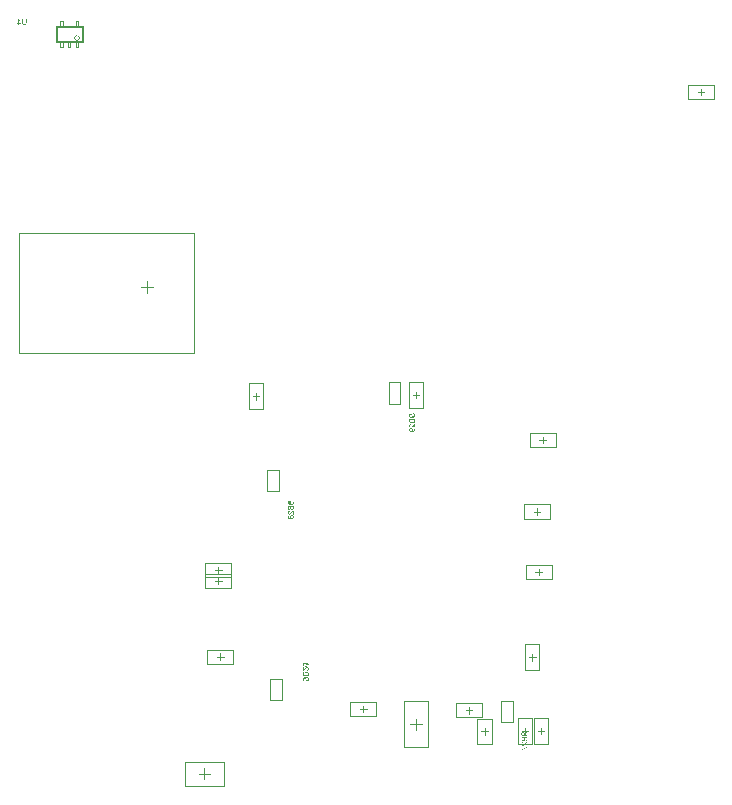
<source format=gbr>
%TF.GenerationSoftware,Altium Limited,Altium Designer,19.1.6 (110)*%
G04 Layer_Color=32768*
%FSLAX26Y26*%
%MOIN*%
%TF.FileFunction,Other,M15-Bottom_Assembly*%
%TF.Part,Single*%
G01*
G75*
%TA.AperFunction,NonConductor*%
%ADD75C,0.003937*%
%ADD109C,0.000394*%
%ADD110C,0.001968*%
G36*
X211712Y4579540D02*
Y4579006D01*
X211684Y4578472D01*
X211656Y4577995D01*
X211600Y4577517D01*
X211544Y4577096D01*
X211487Y4576730D01*
X211431Y4576365D01*
X211347Y4576028D01*
X211291Y4575747D01*
X211234Y4575494D01*
X211178Y4575297D01*
X211122Y4575100D01*
X211066Y4574960D01*
X211038Y4574876D01*
X211010Y4574819D01*
Y4574791D01*
X210701Y4574173D01*
X210335Y4573667D01*
X209914Y4573190D01*
X209520Y4572824D01*
X209155Y4572543D01*
X208874Y4572319D01*
X208762Y4572234D01*
X208677Y4572206D01*
X208621Y4572150D01*
X208593D01*
X207919Y4571841D01*
X207188Y4571644D01*
X206486Y4571476D01*
X205783Y4571363D01*
X205474Y4571335D01*
X205165Y4571307D01*
X204912Y4571279D01*
X204687D01*
X204490Y4571251D01*
X204238D01*
X203254Y4571307D01*
X202804Y4571335D01*
X202411Y4571419D01*
X202018Y4571504D01*
X201652Y4571588D01*
X201315Y4571672D01*
X201006Y4571785D01*
X200725Y4571869D01*
X200500Y4571953D01*
X200304Y4572038D01*
X200135Y4572122D01*
X199994Y4572206D01*
X199910Y4572234D01*
X199854Y4572291D01*
X199826D01*
X199236Y4572712D01*
X198758Y4573162D01*
X198337Y4573611D01*
X198028Y4574033D01*
X197775Y4574426D01*
X197606Y4574735D01*
X197550Y4574848D01*
X197522Y4574932D01*
X197494Y4574988D01*
Y4575016D01*
X197269Y4575691D01*
X197128Y4576449D01*
X197016Y4577180D01*
X196932Y4577910D01*
X196904Y4578248D01*
X196875Y4578557D01*
Y4578838D01*
X196847Y4579063D01*
Y4579259D01*
Y4579428D01*
Y4579512D01*
Y4579540D01*
Y4590471D01*
X199348D01*
Y4579540D01*
Y4578894D01*
X199404Y4578332D01*
X199461Y4577770D01*
X199545Y4577292D01*
X199629Y4576871D01*
X199714Y4576477D01*
X199826Y4576112D01*
X199938Y4575803D01*
X200051Y4575550D01*
X200163Y4575325D01*
X200247Y4575129D01*
X200332Y4574988D01*
X200416Y4574876D01*
X200472Y4574791D01*
X200500Y4574763D01*
X200528Y4574735D01*
X200753Y4574510D01*
X201034Y4574342D01*
X201652Y4574033D01*
X202299Y4573808D01*
X202945Y4573667D01*
X203535Y4573555D01*
X203788Y4573527D01*
X204013D01*
X204209Y4573499D01*
X204462D01*
X205053Y4573527D01*
X205586Y4573583D01*
X206036Y4573695D01*
X206458Y4573808D01*
X206767Y4573920D01*
X207019Y4574033D01*
X207160Y4574089D01*
X207216Y4574117D01*
X207610Y4574370D01*
X207919Y4574651D01*
X208200Y4574960D01*
X208396Y4575241D01*
X208565Y4575522D01*
X208677Y4575719D01*
X208734Y4575859D01*
X208762Y4575915D01*
X208846Y4576140D01*
X208902Y4576421D01*
X209015Y4576983D01*
X209099Y4577573D01*
X209155Y4578163D01*
X209183Y4578697D01*
Y4578950D01*
X209211Y4579147D01*
Y4579315D01*
Y4579428D01*
Y4579512D01*
Y4579540D01*
Y4590471D01*
X211712D01*
Y4579540D01*
D02*
G37*
G36*
X194403Y4578220D02*
Y4576084D01*
X186169D01*
Y4571560D01*
X183837D01*
Y4576084D01*
X181280D01*
Y4578220D01*
X183837D01*
Y4590471D01*
X185720D01*
X194403Y4578220D01*
D02*
G37*
G36*
X1875138Y2216090D02*
X1875784Y2215978D01*
X1876346Y2215809D01*
X1876852Y2215640D01*
X1877273Y2215444D01*
X1877442Y2215359D01*
X1877582Y2215275D01*
X1877723Y2215219D01*
X1877807Y2215163D01*
X1877835Y2215135D01*
X1877863D01*
X1878397Y2214741D01*
X1878847Y2214292D01*
X1879240Y2213842D01*
X1879549Y2213392D01*
X1879802Y2212999D01*
X1879971Y2212690D01*
X1880027Y2212577D01*
X1880083Y2212493D01*
X1880111Y2212437D01*
Y2212409D01*
X1880364Y2211735D01*
X1880533Y2211004D01*
X1880673Y2210273D01*
X1880757Y2209599D01*
X1880786Y2209290D01*
X1880814Y2209009D01*
Y2208756D01*
X1880842Y2208531D01*
Y2208110D01*
X1880814Y2207379D01*
X1880729Y2206677D01*
X1880617Y2206086D01*
X1880476Y2205524D01*
X1880336Y2205103D01*
X1880280Y2204906D01*
X1880224Y2204766D01*
X1880167Y2204653D01*
X1880139Y2204569D01*
X1880111Y2204513D01*
Y2204485D01*
X1879802Y2203895D01*
X1879493Y2203417D01*
X1879128Y2202967D01*
X1878819Y2202630D01*
X1878509Y2202349D01*
X1878285Y2202152D01*
X1878116Y2202012D01*
X1878088Y2201984D01*
X1878060D01*
X1877554Y2201703D01*
X1877048Y2201478D01*
X1876571Y2201338D01*
X1876121Y2201225D01*
X1875756Y2201169D01*
X1875447Y2201113D01*
X1875334D01*
X1875250D01*
X1875222D01*
X1875194D01*
X1874632Y2201141D01*
X1874126Y2201225D01*
X1873676Y2201366D01*
X1873283Y2201506D01*
X1872974Y2201647D01*
X1872721Y2201787D01*
X1872580Y2201871D01*
X1872524Y2201899D01*
X1872103Y2202237D01*
X1871709Y2202602D01*
X1871400Y2203023D01*
X1871119Y2203417D01*
X1870894Y2203782D01*
X1870726Y2204063D01*
X1870670Y2204176D01*
X1870613Y2204260D01*
X1870585Y2204316D01*
Y2204344D01*
X1870501Y2204569D01*
X1870389Y2204850D01*
X1870276Y2205159D01*
X1870192Y2205468D01*
X1869995Y2206171D01*
X1869799Y2206845D01*
X1869658Y2207491D01*
X1869574Y2207772D01*
X1869517Y2208025D01*
X1869461Y2208250D01*
X1869433Y2208391D01*
X1869405Y2208503D01*
Y2208531D01*
X1869265Y2209065D01*
X1869152Y2209571D01*
X1869012Y2210020D01*
X1868899Y2210414D01*
X1868787Y2210751D01*
X1868646Y2211060D01*
X1868562Y2211341D01*
X1868450Y2211566D01*
X1868365Y2211763D01*
X1868281Y2211903D01*
X1868197Y2212044D01*
X1868141Y2212128D01*
X1868056Y2212268D01*
X1868028Y2212296D01*
X1867775Y2212549D01*
X1867494Y2212718D01*
X1867213Y2212858D01*
X1866960Y2212943D01*
X1866736Y2212999D01*
X1866539Y2213027D01*
X1866427D01*
X1866370D01*
X1865949Y2212971D01*
X1865555Y2212858D01*
X1865218Y2212690D01*
X1864909Y2212493D01*
X1864684Y2212325D01*
X1864488Y2212156D01*
X1864375Y2212044D01*
X1864347Y2211987D01*
X1864207Y2211791D01*
X1864066Y2211538D01*
X1863869Y2211032D01*
X1863701Y2210498D01*
X1863617Y2209964D01*
X1863560Y2209458D01*
X1863532Y2209262D01*
X1863504Y2209065D01*
Y2208700D01*
X1863532Y2207941D01*
X1863645Y2207267D01*
X1863785Y2206677D01*
X1863954Y2206227D01*
X1864150Y2205862D01*
X1864291Y2205581D01*
X1864403Y2205440D01*
X1864431Y2205384D01*
X1864797Y2204990D01*
X1865218Y2204709D01*
X1865668Y2204485D01*
X1866089Y2204288D01*
X1866483Y2204176D01*
X1866820Y2204119D01*
X1866932Y2204091D01*
X1867017Y2204063D01*
X1867073D01*
X1867101D01*
X1866932Y2201675D01*
X1866342Y2201731D01*
X1865780Y2201871D01*
X1865274Y2202012D01*
X1864825Y2202180D01*
X1864488Y2202349D01*
X1864207Y2202490D01*
X1864038Y2202602D01*
X1863982Y2202630D01*
X1863504Y2202967D01*
X1863111Y2203361D01*
X1862774Y2203782D01*
X1862493Y2204176D01*
X1862268Y2204541D01*
X1862099Y2204822D01*
X1862043Y2204934D01*
X1862015Y2205019D01*
X1861987Y2205075D01*
Y2205103D01*
X1861762Y2205721D01*
X1861593Y2206367D01*
X1861453Y2206986D01*
X1861369Y2207548D01*
X1861312Y2208053D01*
Y2208278D01*
X1861284Y2208447D01*
Y2208812D01*
X1861312Y2209486D01*
X1861397Y2210133D01*
X1861481Y2210723D01*
X1861593Y2211257D01*
X1861734Y2211678D01*
X1861790Y2211847D01*
X1861818Y2211987D01*
X1861874Y2212100D01*
X1861902Y2212184D01*
X1861930Y2212240D01*
Y2212268D01*
X1862183Y2212830D01*
X1862493Y2213308D01*
X1862830Y2213702D01*
X1863139Y2214039D01*
X1863420Y2214320D01*
X1863645Y2214516D01*
X1863785Y2214629D01*
X1863813Y2214657D01*
X1863841D01*
X1864319Y2214910D01*
X1864769Y2215106D01*
X1865218Y2215247D01*
X1865640Y2215331D01*
X1866005Y2215387D01*
X1866258Y2215444D01*
X1866370D01*
X1866455D01*
X1866483D01*
X1866511D01*
X1866988Y2215416D01*
X1867438Y2215331D01*
X1867860Y2215247D01*
X1868197Y2215106D01*
X1868478Y2214994D01*
X1868703Y2214910D01*
X1868843Y2214825D01*
X1868899Y2214797D01*
X1869265Y2214516D01*
X1869602Y2214207D01*
X1869911Y2213870D01*
X1870164Y2213533D01*
X1870361Y2213224D01*
X1870501Y2212999D01*
X1870613Y2212830D01*
X1870641Y2212802D01*
Y2212774D01*
X1870754Y2212549D01*
X1870866Y2212325D01*
X1871063Y2211763D01*
X1871260Y2211173D01*
X1871428Y2210554D01*
X1871597Y2209992D01*
X1871653Y2209767D01*
X1871709Y2209543D01*
X1871765Y2209374D01*
X1871794Y2209234D01*
X1871822Y2209149D01*
Y2209121D01*
X1871934Y2208644D01*
X1872046Y2208222D01*
X1872131Y2207829D01*
X1872215Y2207491D01*
X1872299Y2207182D01*
X1872384Y2206901D01*
X1872468Y2206677D01*
X1872524Y2206452D01*
X1872580Y2206283D01*
X1872609Y2206115D01*
X1872693Y2205918D01*
X1872721Y2205777D01*
X1872749Y2205749D01*
X1872918Y2205328D01*
X1873114Y2204962D01*
X1873311Y2204681D01*
X1873480Y2204428D01*
X1873648Y2204260D01*
X1873761Y2204119D01*
X1873845Y2204063D01*
X1873873Y2204035D01*
X1874126Y2203867D01*
X1874379Y2203754D01*
X1874632Y2203642D01*
X1874885Y2203586D01*
X1875109Y2203557D01*
X1875278Y2203529D01*
X1875390D01*
X1875418D01*
X1875728Y2203557D01*
X1876037Y2203614D01*
X1876318Y2203698D01*
X1876571Y2203810D01*
X1876767Y2203923D01*
X1876908Y2204007D01*
X1877020Y2204063D01*
X1877048Y2204091D01*
X1877301Y2204316D01*
X1877526Y2204569D01*
X1877723Y2204850D01*
X1877891Y2205103D01*
X1878032Y2205356D01*
X1878116Y2205552D01*
X1878172Y2205665D01*
X1878200Y2205721D01*
X1878341Y2206143D01*
X1878453Y2206564D01*
X1878509Y2206986D01*
X1878566Y2207379D01*
X1878594Y2207716D01*
X1878622Y2207969D01*
Y2208222D01*
X1878594Y2208812D01*
X1878538Y2209346D01*
X1878453Y2209852D01*
X1878341Y2210273D01*
X1878228Y2210610D01*
X1878144Y2210892D01*
X1878088Y2211060D01*
X1878060Y2211088D01*
Y2211116D01*
X1877835Y2211566D01*
X1877582Y2211959D01*
X1877357Y2212296D01*
X1877104Y2212549D01*
X1876908Y2212774D01*
X1876739Y2212915D01*
X1876627Y2212999D01*
X1876599Y2213027D01*
X1876233Y2213224D01*
X1875840Y2213392D01*
X1875447Y2213533D01*
X1875081Y2213645D01*
X1874744Y2213702D01*
X1874463Y2213758D01*
X1874294Y2213786D01*
X1874266D01*
X1874238D01*
X1874435Y2216146D01*
X1875138Y2216090D01*
D02*
G37*
G36*
X1880533Y2190603D02*
X1880505Y2189957D01*
X1880476Y2189367D01*
X1880420Y2188861D01*
X1880364Y2188412D01*
X1880308Y2188046D01*
X1880280Y2187793D01*
X1880224Y2187625D01*
Y2187568D01*
X1880083Y2187119D01*
X1879943Y2186697D01*
X1879802Y2186360D01*
X1879633Y2186051D01*
X1879521Y2185826D01*
X1879409Y2185630D01*
X1879324Y2185517D01*
X1879296Y2185489D01*
X1879043Y2185180D01*
X1878762Y2184899D01*
X1878481Y2184674D01*
X1878200Y2184477D01*
X1877947Y2184309D01*
X1877751Y2184197D01*
X1877610Y2184112D01*
X1877554Y2184084D01*
X1877104Y2183887D01*
X1876683Y2183747D01*
X1876262Y2183663D01*
X1875868Y2183578D01*
X1875531Y2183550D01*
X1875278Y2183522D01*
X1875109D01*
X1875081D01*
X1875053D01*
X1874463Y2183550D01*
X1873929Y2183663D01*
X1873451Y2183831D01*
X1873030Y2184000D01*
X1872693Y2184168D01*
X1872440Y2184337D01*
X1872271Y2184449D01*
X1872215Y2184477D01*
X1871794Y2184843D01*
X1871428Y2185292D01*
X1871119Y2185714D01*
X1870866Y2186135D01*
X1870698Y2186529D01*
X1870557Y2186838D01*
X1870529Y2186950D01*
X1870501Y2187035D01*
X1870473Y2187091D01*
Y2187119D01*
X1870220Y2186641D01*
X1869939Y2186248D01*
X1869658Y2185883D01*
X1869377Y2185602D01*
X1869124Y2185405D01*
X1868927Y2185236D01*
X1868815Y2185152D01*
X1868759Y2185124D01*
X1868365Y2184899D01*
X1867944Y2184730D01*
X1867579Y2184618D01*
X1867213Y2184534D01*
X1866932Y2184477D01*
X1866679Y2184449D01*
X1866539D01*
X1866483D01*
X1866005Y2184477D01*
X1865527Y2184562D01*
X1865106Y2184702D01*
X1864741Y2184815D01*
X1864431Y2184955D01*
X1864178Y2185096D01*
X1864038Y2185180D01*
X1863982Y2185208D01*
X1863560Y2185517D01*
X1863195Y2185826D01*
X1862886Y2186164D01*
X1862633Y2186501D01*
X1862464Y2186810D01*
X1862324Y2187035D01*
X1862240Y2187203D01*
X1862211Y2187231D01*
Y2187259D01*
X1862015Y2187765D01*
X1861874Y2188355D01*
X1861762Y2188917D01*
X1861706Y2189479D01*
X1861649Y2189957D01*
Y2190182D01*
X1861621Y2190350D01*
Y2197797D01*
X1880533D01*
Y2190603D01*
D02*
G37*
G36*
Y2168826D02*
X1878313D01*
Y2178099D01*
X1877863Y2177790D01*
X1877638Y2177621D01*
X1877470Y2177452D01*
X1877301Y2177312D01*
X1877189Y2177200D01*
X1877104Y2177143D01*
X1877076Y2177115D01*
X1876936Y2176975D01*
X1876795Y2176834D01*
X1876430Y2176441D01*
X1876037Y2176019D01*
X1875643Y2175570D01*
X1875278Y2175120D01*
X1874969Y2174783D01*
X1874857Y2174642D01*
X1874772Y2174530D01*
X1874716Y2174474D01*
X1874688Y2174446D01*
X1874294Y2173996D01*
X1873929Y2173575D01*
X1873592Y2173181D01*
X1873283Y2172844D01*
X1872974Y2172507D01*
X1872721Y2172226D01*
X1872468Y2171945D01*
X1872243Y2171720D01*
X1872046Y2171523D01*
X1871878Y2171355D01*
X1871709Y2171186D01*
X1871597Y2171074D01*
X1871428Y2170933D01*
X1871372Y2170877D01*
X1870922Y2170512D01*
X1870501Y2170175D01*
X1870108Y2169922D01*
X1869742Y2169697D01*
X1869461Y2169528D01*
X1869265Y2169416D01*
X1869124Y2169360D01*
X1869068Y2169332D01*
X1868646Y2169163D01*
X1868253Y2169051D01*
X1867888Y2168966D01*
X1867522Y2168910D01*
X1867241Y2168882D01*
X1867017Y2168854D01*
X1866876D01*
X1866820D01*
X1866398Y2168882D01*
X1866033Y2168910D01*
X1865640Y2168994D01*
X1865303Y2169107D01*
X1864656Y2169360D01*
X1864122Y2169641D01*
X1863898Y2169809D01*
X1863673Y2169950D01*
X1863504Y2170090D01*
X1863364Y2170203D01*
X1863223Y2170315D01*
X1863139Y2170399D01*
X1863111Y2170427D01*
X1863083Y2170456D01*
X1862802Y2170765D01*
X1862577Y2171102D01*
X1862380Y2171439D01*
X1862211Y2171776D01*
X1861930Y2172507D01*
X1861762Y2173181D01*
X1861678Y2173519D01*
X1861649Y2173800D01*
X1861621Y2174081D01*
X1861593Y2174305D01*
X1861565Y2174502D01*
Y2174755D01*
X1861593Y2175261D01*
X1861621Y2175710D01*
X1861706Y2176160D01*
X1861790Y2176553D01*
X1861902Y2176947D01*
X1862015Y2177312D01*
X1862127Y2177621D01*
X1862268Y2177902D01*
X1862408Y2178183D01*
X1862521Y2178408D01*
X1862633Y2178605D01*
X1862745Y2178773D01*
X1862830Y2178886D01*
X1862914Y2178970D01*
X1862942Y2179026D01*
X1862970Y2179054D01*
X1863251Y2179335D01*
X1863560Y2179588D01*
X1863869Y2179813D01*
X1864207Y2180010D01*
X1864881Y2180347D01*
X1865527Y2180572D01*
X1866117Y2180712D01*
X1866370Y2180768D01*
X1866595Y2180825D01*
X1866792Y2180853D01*
X1866932Y2180881D01*
X1867017D01*
X1867045D01*
X1867298Y2178492D01*
X1866679Y2178436D01*
X1866117Y2178324D01*
X1865640Y2178183D01*
X1865246Y2177986D01*
X1864937Y2177818D01*
X1864712Y2177649D01*
X1864572Y2177537D01*
X1864516Y2177509D01*
X1864178Y2177115D01*
X1863926Y2176666D01*
X1863729Y2176216D01*
X1863617Y2175767D01*
X1863532Y2175401D01*
X1863504Y2175092D01*
X1863476Y2174980D01*
Y2174811D01*
X1863504Y2174249D01*
X1863617Y2173743D01*
X1863785Y2173322D01*
X1863954Y2172928D01*
X1864122Y2172647D01*
X1864291Y2172423D01*
X1864403Y2172310D01*
X1864431Y2172254D01*
X1864797Y2171917D01*
X1865190Y2171664D01*
X1865583Y2171495D01*
X1865949Y2171355D01*
X1866286Y2171299D01*
X1866539Y2171271D01*
X1866707Y2171242D01*
X1866736D01*
X1866764D01*
X1867270Y2171299D01*
X1867747Y2171411D01*
X1868225Y2171580D01*
X1868675Y2171776D01*
X1869040Y2172001D01*
X1869321Y2172170D01*
X1869433Y2172226D01*
X1869517Y2172282D01*
X1869546Y2172338D01*
X1869574D01*
X1869855Y2172563D01*
X1870164Y2172844D01*
X1870473Y2173125D01*
X1870810Y2173462D01*
X1871485Y2174137D01*
X1872103Y2174839D01*
X1872693Y2175457D01*
X1872946Y2175738D01*
X1873142Y2175991D01*
X1873311Y2176216D01*
X1873451Y2176357D01*
X1873536Y2176469D01*
X1873564Y2176497D01*
X1874154Y2177200D01*
X1874688Y2177818D01*
X1875194Y2178352D01*
X1875615Y2178773D01*
X1875952Y2179110D01*
X1876205Y2179363D01*
X1876374Y2179504D01*
X1876402Y2179560D01*
X1876430D01*
X1876880Y2179925D01*
X1877329Y2180234D01*
X1877751Y2180487D01*
X1878144Y2180712D01*
X1878453Y2180881D01*
X1878706Y2180993D01*
X1878875Y2181049D01*
X1878903Y2181077D01*
X1878931D01*
X1879212Y2181162D01*
X1879521Y2181246D01*
X1879774Y2181274D01*
X1880027Y2181302D01*
X1880224Y2181330D01*
X1880392D01*
X1880505D01*
X1880533D01*
Y2168826D01*
D02*
G37*
G36*
X1864094Y2156911D02*
X1864881Y2157558D01*
X1865724Y2158204D01*
X1866567Y2158766D01*
X1867326Y2159272D01*
X1867691Y2159497D01*
X1868028Y2159693D01*
X1868309Y2159862D01*
X1868562Y2160002D01*
X1868787Y2160115D01*
X1868927Y2160199D01*
X1869040Y2160255D01*
X1869068Y2160283D01*
X1870164Y2160817D01*
X1871260Y2161295D01*
X1872271Y2161716D01*
X1872749Y2161885D01*
X1873199Y2162054D01*
X1873620Y2162194D01*
X1874014Y2162335D01*
X1874351Y2162419D01*
X1874632Y2162503D01*
X1874857Y2162588D01*
X1875025Y2162644D01*
X1875138Y2162672D01*
X1875166D01*
X1876290Y2162953D01*
X1876823Y2163065D01*
X1877329Y2163150D01*
X1877807Y2163234D01*
X1878257Y2163318D01*
X1878650Y2163374D01*
X1879015Y2163431D01*
X1879352Y2163459D01*
X1879662Y2163487D01*
X1879915Y2163515D01*
X1880139D01*
X1880308Y2163543D01*
X1880420D01*
X1880505D01*
X1880533D01*
Y2161155D01*
X1879493Y2161070D01*
X1878538Y2160958D01*
X1877638Y2160817D01*
X1877245Y2160733D01*
X1876880Y2160649D01*
X1876543Y2160593D01*
X1876233Y2160508D01*
X1875980Y2160452D01*
X1875756Y2160396D01*
X1875559Y2160340D01*
X1875447Y2160311D01*
X1875362Y2160283D01*
X1875334D01*
X1874098Y2159890D01*
X1872918Y2159440D01*
X1872328Y2159216D01*
X1871794Y2158991D01*
X1871288Y2158766D01*
X1870810Y2158541D01*
X1870389Y2158345D01*
X1869995Y2158148D01*
X1869658Y2157979D01*
X1869349Y2157811D01*
X1869124Y2157698D01*
X1868956Y2157614D01*
X1868843Y2157558D01*
X1868815Y2157530D01*
X1868225Y2157192D01*
X1867663Y2156855D01*
X1867157Y2156546D01*
X1866651Y2156209D01*
X1866202Y2155900D01*
X1865780Y2155619D01*
X1865387Y2155338D01*
X1865050Y2155057D01*
X1864741Y2154832D01*
X1864459Y2154607D01*
X1864207Y2154410D01*
X1864038Y2154242D01*
X1863869Y2154101D01*
X1863757Y2154017D01*
X1863701Y2153961D01*
X1863673Y2153933D01*
X1861874D01*
Y2166184D01*
X1864094D01*
Y2156911D01*
D02*
G37*
G36*
X1501122Y3277142D02*
X1501768Y3277029D01*
X1502330Y3276861D01*
X1502836Y3276692D01*
X1503257Y3276495D01*
X1503426Y3276411D01*
X1503566Y3276327D01*
X1503707Y3276271D01*
X1503791Y3276214D01*
X1503819Y3276186D01*
X1503847D01*
X1504381Y3275793D01*
X1504831Y3275343D01*
X1505224Y3274894D01*
X1505533Y3274444D01*
X1505786Y3274051D01*
X1505955Y3273742D01*
X1506011Y3273629D01*
X1506067Y3273545D01*
X1506095Y3273489D01*
Y3273461D01*
X1506348Y3272786D01*
X1506517Y3272056D01*
X1506657Y3271325D01*
X1506742Y3270651D01*
X1506770Y3270341D01*
X1506798Y3270061D01*
Y3269808D01*
X1506826Y3269583D01*
Y3269161D01*
X1506798Y3268431D01*
X1506714Y3267728D01*
X1506601Y3267138D01*
X1506461Y3266576D01*
X1506320Y3266155D01*
X1506264Y3265958D01*
X1506208Y3265817D01*
X1506152Y3265705D01*
X1506123Y3265621D01*
X1506095Y3265564D01*
Y3265536D01*
X1505786Y3264946D01*
X1505477Y3264469D01*
X1505112Y3264019D01*
X1504803Y3263682D01*
X1504494Y3263401D01*
X1504269Y3263204D01*
X1504100Y3263064D01*
X1504072Y3263035D01*
X1504044D01*
X1503538Y3262755D01*
X1503033Y3262530D01*
X1502555Y3262389D01*
X1502105Y3262277D01*
X1501740Y3262221D01*
X1501431Y3262164D01*
X1501318D01*
X1501234D01*
X1501206D01*
X1501178D01*
X1500616Y3262193D01*
X1500110Y3262277D01*
X1499660Y3262417D01*
X1499267Y3262558D01*
X1498958Y3262698D01*
X1498705Y3262839D01*
X1498565Y3262923D01*
X1498508Y3262951D01*
X1498087Y3263288D01*
X1497694Y3263654D01*
X1497384Y3264075D01*
X1497103Y3264469D01*
X1496879Y3264834D01*
X1496710Y3265115D01*
X1496654Y3265227D01*
X1496598Y3265312D01*
X1496570Y3265368D01*
Y3265396D01*
X1496485Y3265621D01*
X1496373Y3265902D01*
X1496260Y3266211D01*
X1496176Y3266520D01*
X1495979Y3267222D01*
X1495783Y3267897D01*
X1495642Y3268543D01*
X1495558Y3268824D01*
X1495502Y3269077D01*
X1495446Y3269302D01*
X1495417Y3269442D01*
X1495389Y3269555D01*
Y3269583D01*
X1495249Y3270117D01*
X1495136Y3270622D01*
X1494996Y3271072D01*
X1494883Y3271465D01*
X1494771Y3271803D01*
X1494631Y3272112D01*
X1494546Y3272393D01*
X1494434Y3272618D01*
X1494350Y3272814D01*
X1494265Y3272955D01*
X1494181Y3273095D01*
X1494125Y3273180D01*
X1494041Y3273320D01*
X1494012Y3273348D01*
X1493759Y3273601D01*
X1493478Y3273770D01*
X1493197Y3273910D01*
X1492945Y3273994D01*
X1492720Y3274051D01*
X1492523Y3274079D01*
X1492411D01*
X1492354D01*
X1491933Y3274023D01*
X1491540Y3273910D01*
X1491202Y3273742D01*
X1490893Y3273545D01*
X1490668Y3273376D01*
X1490472Y3273208D01*
X1490359Y3273095D01*
X1490331Y3273039D01*
X1490191Y3272842D01*
X1490050Y3272590D01*
X1489854Y3272084D01*
X1489685Y3271550D01*
X1489601Y3271016D01*
X1489544Y3270510D01*
X1489516Y3270313D01*
X1489488Y3270117D01*
Y3269751D01*
X1489516Y3268993D01*
X1489629Y3268318D01*
X1489769Y3267728D01*
X1489938Y3267279D01*
X1490135Y3266913D01*
X1490275Y3266632D01*
X1490388Y3266492D01*
X1490416Y3266436D01*
X1490781Y3266042D01*
X1491202Y3265761D01*
X1491652Y3265536D01*
X1492073Y3265340D01*
X1492467Y3265227D01*
X1492804Y3265171D01*
X1492917Y3265143D01*
X1493001Y3265115D01*
X1493057D01*
X1493085D01*
X1492917Y3262726D01*
X1492326Y3262783D01*
X1491764Y3262923D01*
X1491259Y3263064D01*
X1490809Y3263232D01*
X1490472Y3263401D01*
X1490191Y3263541D01*
X1490022Y3263654D01*
X1489966Y3263682D01*
X1489488Y3264019D01*
X1489095Y3264412D01*
X1488758Y3264834D01*
X1488477Y3265227D01*
X1488252Y3265593D01*
X1488083Y3265874D01*
X1488027Y3265986D01*
X1487999Y3266070D01*
X1487971Y3266126D01*
Y3266155D01*
X1487746Y3266773D01*
X1487578Y3267419D01*
X1487437Y3268037D01*
X1487353Y3268599D01*
X1487296Y3269105D01*
Y3269330D01*
X1487268Y3269499D01*
Y3269864D01*
X1487296Y3270538D01*
X1487381Y3271184D01*
X1487465Y3271775D01*
X1487578Y3272309D01*
X1487718Y3272730D01*
X1487774Y3272899D01*
X1487802Y3273039D01*
X1487859Y3273151D01*
X1487887Y3273236D01*
X1487915Y3273292D01*
Y3273320D01*
X1488168Y3273882D01*
X1488477Y3274360D01*
X1488814Y3274753D01*
X1489123Y3275090D01*
X1489404Y3275371D01*
X1489629Y3275568D01*
X1489769Y3275680D01*
X1489797Y3275709D01*
X1489825D01*
X1490303Y3275961D01*
X1490753Y3276158D01*
X1491202Y3276299D01*
X1491624Y3276383D01*
X1491989Y3276439D01*
X1492242Y3276495D01*
X1492354D01*
X1492439D01*
X1492467D01*
X1492495D01*
X1492973Y3276467D01*
X1493422Y3276383D01*
X1493844Y3276299D01*
X1494181Y3276158D01*
X1494462Y3276046D01*
X1494687Y3275961D01*
X1494827Y3275877D01*
X1494883Y3275849D01*
X1495249Y3275568D01*
X1495586Y3275259D01*
X1495895Y3274922D01*
X1496148Y3274585D01*
X1496345Y3274276D01*
X1496485Y3274051D01*
X1496598Y3273882D01*
X1496626Y3273854D01*
Y3273826D01*
X1496738Y3273601D01*
X1496851Y3273376D01*
X1497047Y3272814D01*
X1497244Y3272224D01*
X1497412Y3271606D01*
X1497581Y3271044D01*
X1497637Y3270819D01*
X1497694Y3270594D01*
X1497750Y3270426D01*
X1497778Y3270285D01*
X1497806Y3270201D01*
Y3270173D01*
X1497918Y3269695D01*
X1498031Y3269274D01*
X1498115Y3268880D01*
X1498199Y3268543D01*
X1498284Y3268234D01*
X1498368Y3267953D01*
X1498452Y3267728D01*
X1498508Y3267503D01*
X1498565Y3267335D01*
X1498593Y3267166D01*
X1498677Y3266970D01*
X1498705Y3266829D01*
X1498733Y3266801D01*
X1498902Y3266379D01*
X1499099Y3266014D01*
X1499295Y3265733D01*
X1499464Y3265480D01*
X1499632Y3265312D01*
X1499745Y3265171D01*
X1499829Y3265115D01*
X1499857Y3265087D01*
X1500110Y3264918D01*
X1500363Y3264806D01*
X1500616Y3264693D01*
X1500869Y3264637D01*
X1501094Y3264609D01*
X1501262Y3264581D01*
X1501375D01*
X1501403D01*
X1501712Y3264609D01*
X1502021Y3264665D01*
X1502302Y3264750D01*
X1502555Y3264862D01*
X1502752Y3264974D01*
X1502892Y3265059D01*
X1503004Y3265115D01*
X1503033Y3265143D01*
X1503285Y3265368D01*
X1503510Y3265621D01*
X1503707Y3265902D01*
X1503876Y3266155D01*
X1504016Y3266407D01*
X1504100Y3266604D01*
X1504157Y3266717D01*
X1504185Y3266773D01*
X1504325Y3267194D01*
X1504438Y3267616D01*
X1504494Y3268037D01*
X1504550Y3268431D01*
X1504578Y3268768D01*
X1504606Y3269021D01*
Y3269274D01*
X1504578Y3269864D01*
X1504522Y3270398D01*
X1504438Y3270903D01*
X1504325Y3271325D01*
X1504213Y3271662D01*
X1504128Y3271943D01*
X1504072Y3272112D01*
X1504044Y3272140D01*
Y3272168D01*
X1503819Y3272618D01*
X1503566Y3273011D01*
X1503342Y3273348D01*
X1503089Y3273601D01*
X1502892Y3273826D01*
X1502723Y3273966D01*
X1502611Y3274051D01*
X1502583Y3274079D01*
X1502218Y3274276D01*
X1501824Y3274444D01*
X1501431Y3274585D01*
X1501065Y3274697D01*
X1500728Y3274753D01*
X1500447Y3274809D01*
X1500279Y3274838D01*
X1500251D01*
X1500223D01*
X1500419Y3277198D01*
X1501122Y3277142D01*
D02*
G37*
G36*
X1506517Y3251655D02*
X1506489Y3251009D01*
X1506461Y3250419D01*
X1506405Y3249913D01*
X1506348Y3249463D01*
X1506292Y3249098D01*
X1506264Y3248845D01*
X1506208Y3248676D01*
Y3248620D01*
X1506067Y3248171D01*
X1505927Y3247749D01*
X1505786Y3247412D01*
X1505618Y3247103D01*
X1505505Y3246878D01*
X1505393Y3246681D01*
X1505309Y3246569D01*
X1505281Y3246541D01*
X1505028Y3246232D01*
X1504747Y3245951D01*
X1504466Y3245726D01*
X1504185Y3245529D01*
X1503932Y3245361D01*
X1503735Y3245248D01*
X1503594Y3245164D01*
X1503538Y3245136D01*
X1503089Y3244939D01*
X1502667Y3244799D01*
X1502246Y3244714D01*
X1501852Y3244630D01*
X1501515Y3244602D01*
X1501262Y3244574D01*
X1501094D01*
X1501065D01*
X1501037D01*
X1500447Y3244602D01*
X1499913Y3244714D01*
X1499436Y3244883D01*
X1499014Y3245052D01*
X1498677Y3245220D01*
X1498424Y3245389D01*
X1498255Y3245501D01*
X1498199Y3245529D01*
X1497778Y3245894D01*
X1497412Y3246344D01*
X1497103Y3246766D01*
X1496851Y3247187D01*
X1496682Y3247581D01*
X1496541Y3247890D01*
X1496513Y3248002D01*
X1496485Y3248086D01*
X1496457Y3248142D01*
Y3248171D01*
X1496204Y3247693D01*
X1495923Y3247300D01*
X1495642Y3246934D01*
X1495361Y3246653D01*
X1495108Y3246456D01*
X1494912Y3246288D01*
X1494799Y3246204D01*
X1494743Y3246175D01*
X1494350Y3245951D01*
X1493928Y3245782D01*
X1493563Y3245670D01*
X1493197Y3245585D01*
X1492917Y3245529D01*
X1492664Y3245501D01*
X1492523D01*
X1492467D01*
X1491989Y3245529D01*
X1491512Y3245613D01*
X1491090Y3245754D01*
X1490725Y3245866D01*
X1490416Y3246007D01*
X1490163Y3246147D01*
X1490022Y3246232D01*
X1489966Y3246260D01*
X1489544Y3246569D01*
X1489179Y3246878D01*
X1488870Y3247215D01*
X1488617Y3247552D01*
X1488449Y3247861D01*
X1488308Y3248086D01*
X1488224Y3248255D01*
X1488196Y3248283D01*
Y3248311D01*
X1487999Y3248817D01*
X1487859Y3249407D01*
X1487746Y3249969D01*
X1487690Y3250531D01*
X1487634Y3251009D01*
Y3251233D01*
X1487606Y3251402D01*
Y3258849D01*
X1506517D01*
Y3251655D01*
D02*
G37*
G36*
Y3229878D02*
X1504297D01*
Y3239151D01*
X1503847Y3238841D01*
X1503623Y3238673D01*
X1503454Y3238504D01*
X1503285Y3238364D01*
X1503173Y3238251D01*
X1503089Y3238195D01*
X1503061Y3238167D01*
X1502920Y3238026D01*
X1502780Y3237886D01*
X1502414Y3237493D01*
X1502021Y3237071D01*
X1501628Y3236622D01*
X1501262Y3236172D01*
X1500953Y3235835D01*
X1500841Y3235694D01*
X1500756Y3235582D01*
X1500700Y3235526D01*
X1500672Y3235497D01*
X1500279Y3235048D01*
X1499913Y3234626D01*
X1499576Y3234233D01*
X1499267Y3233896D01*
X1498958Y3233559D01*
X1498705Y3233278D01*
X1498452Y3232997D01*
X1498227Y3232772D01*
X1498031Y3232575D01*
X1497862Y3232407D01*
X1497694Y3232238D01*
X1497581Y3232126D01*
X1497412Y3231985D01*
X1497356Y3231929D01*
X1496907Y3231564D01*
X1496485Y3231226D01*
X1496092Y3230973D01*
X1495726Y3230749D01*
X1495446Y3230580D01*
X1495249Y3230468D01*
X1495108Y3230411D01*
X1495052Y3230383D01*
X1494631Y3230215D01*
X1494237Y3230102D01*
X1493872Y3230018D01*
X1493507Y3229962D01*
X1493226Y3229934D01*
X1493001Y3229906D01*
X1492860D01*
X1492804D01*
X1492383Y3229934D01*
X1492017Y3229962D01*
X1491624Y3230046D01*
X1491287Y3230159D01*
X1490640Y3230411D01*
X1490107Y3230692D01*
X1489882Y3230861D01*
X1489657Y3231001D01*
X1489488Y3231142D01*
X1489348Y3231254D01*
X1489207Y3231367D01*
X1489123Y3231451D01*
X1489095Y3231479D01*
X1489067Y3231507D01*
X1488786Y3231816D01*
X1488561Y3232154D01*
X1488364Y3232491D01*
X1488196Y3232828D01*
X1487915Y3233559D01*
X1487746Y3234233D01*
X1487662Y3234570D01*
X1487634Y3234851D01*
X1487606Y3235132D01*
X1487578Y3235357D01*
X1487549Y3235554D01*
Y3235807D01*
X1487578Y3236312D01*
X1487606Y3236762D01*
X1487690Y3237212D01*
X1487774Y3237605D01*
X1487887Y3237998D01*
X1487999Y3238364D01*
X1488111Y3238673D01*
X1488252Y3238954D01*
X1488392Y3239235D01*
X1488505Y3239460D01*
X1488617Y3239656D01*
X1488730Y3239825D01*
X1488814Y3239937D01*
X1488898Y3240022D01*
X1488926Y3240078D01*
X1488954Y3240106D01*
X1489235Y3240387D01*
X1489544Y3240640D01*
X1489854Y3240865D01*
X1490191Y3241061D01*
X1490865Y3241398D01*
X1491512Y3241623D01*
X1492102Y3241764D01*
X1492354Y3241820D01*
X1492579Y3241876D01*
X1492776Y3241904D01*
X1492917Y3241932D01*
X1493001D01*
X1493029D01*
X1493282Y3239544D01*
X1492664Y3239488D01*
X1492102Y3239375D01*
X1491624Y3239235D01*
X1491230Y3239038D01*
X1490921Y3238869D01*
X1490697Y3238701D01*
X1490556Y3238588D01*
X1490500Y3238560D01*
X1490163Y3238167D01*
X1489910Y3237717D01*
X1489713Y3237268D01*
X1489601Y3236818D01*
X1489516Y3236453D01*
X1489488Y3236144D01*
X1489460Y3236031D01*
Y3235863D01*
X1489488Y3235301D01*
X1489601Y3234795D01*
X1489769Y3234374D01*
X1489938Y3233980D01*
X1490107Y3233699D01*
X1490275Y3233474D01*
X1490388Y3233362D01*
X1490416Y3233306D01*
X1490781Y3232968D01*
X1491174Y3232716D01*
X1491568Y3232547D01*
X1491933Y3232407D01*
X1492270Y3232350D01*
X1492523Y3232322D01*
X1492692Y3232294D01*
X1492720D01*
X1492748D01*
X1493254Y3232350D01*
X1493731Y3232463D01*
X1494209Y3232631D01*
X1494659Y3232828D01*
X1495024Y3233053D01*
X1495305Y3233221D01*
X1495417Y3233278D01*
X1495502Y3233334D01*
X1495530Y3233390D01*
X1495558D01*
X1495839Y3233615D01*
X1496148Y3233896D01*
X1496457Y3234177D01*
X1496794Y3234514D01*
X1497469Y3235188D01*
X1498087Y3235891D01*
X1498677Y3236509D01*
X1498930Y3236790D01*
X1499127Y3237043D01*
X1499295Y3237268D01*
X1499436Y3237408D01*
X1499520Y3237521D01*
X1499548Y3237549D01*
X1500138Y3238251D01*
X1500672Y3238869D01*
X1501178Y3239403D01*
X1501599Y3239825D01*
X1501937Y3240162D01*
X1502189Y3240415D01*
X1502358Y3240555D01*
X1502386Y3240612D01*
X1502414D01*
X1502864Y3240977D01*
X1503313Y3241286D01*
X1503735Y3241539D01*
X1504128Y3241764D01*
X1504438Y3241932D01*
X1504690Y3242045D01*
X1504859Y3242101D01*
X1504887Y3242129D01*
X1504915D01*
X1505196Y3242213D01*
X1505505Y3242298D01*
X1505758Y3242326D01*
X1506011Y3242354D01*
X1506208Y3242382D01*
X1506376D01*
X1506489D01*
X1506517D01*
Y3229878D01*
D02*
G37*
G36*
X1494434Y3227349D02*
X1494912Y3227320D01*
X1495361Y3227236D01*
X1495811Y3227124D01*
X1496204Y3227011D01*
X1496570Y3226871D01*
X1496907Y3226730D01*
X1497216Y3226562D01*
X1497497Y3226421D01*
X1497722Y3226281D01*
X1497946Y3226140D01*
X1498115Y3226028D01*
X1498255Y3225915D01*
X1498340Y3225831D01*
X1498396Y3225803D01*
X1498424Y3225775D01*
X1498733Y3225466D01*
X1498986Y3225129D01*
X1499211Y3224791D01*
X1499408Y3224454D01*
X1499548Y3224117D01*
X1499689Y3223808D01*
X1499885Y3223162D01*
X1499970Y3222881D01*
X1500026Y3222628D01*
X1500054Y3222375D01*
X1500082Y3222178D01*
X1500110Y3222010D01*
Y3221785D01*
X1500082Y3221279D01*
X1499998Y3220773D01*
X1499885Y3220352D01*
X1499773Y3219958D01*
X1499660Y3219621D01*
X1499548Y3219368D01*
X1499464Y3219228D01*
X1499436Y3219171D01*
X1499155Y3218750D01*
X1498846Y3218356D01*
X1498565Y3218047D01*
X1498284Y3217766D01*
X1498031Y3217542D01*
X1497806Y3217401D01*
X1497694Y3217289D01*
X1497637Y3217261D01*
X1497834D01*
X1497975D01*
X1498059D01*
X1498087D01*
X1498621Y3217289D01*
X1499155Y3217317D01*
X1499632Y3217373D01*
X1500054Y3217429D01*
X1500419Y3217514D01*
X1500700Y3217570D01*
X1500813Y3217598D01*
X1500897D01*
X1500925Y3217626D01*
X1500953D01*
X1501431Y3217766D01*
X1501880Y3217907D01*
X1502246Y3218047D01*
X1502555Y3218160D01*
X1502808Y3218300D01*
X1503004Y3218385D01*
X1503117Y3218441D01*
X1503145Y3218469D01*
X1503426Y3218666D01*
X1503679Y3218890D01*
X1503904Y3219115D01*
X1504100Y3219312D01*
X1504241Y3219509D01*
X1504353Y3219649D01*
X1504409Y3219762D01*
X1504438Y3219790D01*
X1504606Y3220099D01*
X1504718Y3220436D01*
X1504803Y3220745D01*
X1504859Y3221054D01*
X1504887Y3221307D01*
X1504915Y3221504D01*
Y3221700D01*
X1504887Y3222150D01*
X1504803Y3222543D01*
X1504690Y3222881D01*
X1504578Y3223190D01*
X1504466Y3223414D01*
X1504353Y3223611D01*
X1504269Y3223724D01*
X1504241Y3223752D01*
X1503932Y3224033D01*
X1503594Y3224258D01*
X1503201Y3224426D01*
X1502836Y3224567D01*
X1502499Y3224679D01*
X1502218Y3224763D01*
X1502105Y3224791D01*
X1502021D01*
X1501993Y3224820D01*
X1501965D01*
X1502133Y3227039D01*
X1502920Y3226899D01*
X1503623Y3226646D01*
X1504213Y3226393D01*
X1504718Y3226084D01*
X1505112Y3225803D01*
X1505393Y3225578D01*
X1505477Y3225494D01*
X1505562Y3225410D01*
X1505590Y3225381D01*
X1505618Y3225353D01*
X1505842Y3225072D01*
X1506011Y3224791D01*
X1506320Y3224201D01*
X1506517Y3223583D01*
X1506686Y3223021D01*
X1506770Y3222515D01*
X1506798Y3222291D01*
Y3222094D01*
X1506826Y3221953D01*
Y3221729D01*
X1506770Y3220970D01*
X1506657Y3220267D01*
X1506489Y3219649D01*
X1506264Y3219115D01*
X1506067Y3218666D01*
X1505983Y3218497D01*
X1505899Y3218356D01*
X1505842Y3218244D01*
X1505786Y3218132D01*
X1505730Y3218104D01*
Y3218075D01*
X1505252Y3217542D01*
X1504747Y3217064D01*
X1504213Y3216671D01*
X1503679Y3216333D01*
X1503201Y3216080D01*
X1503004Y3215968D01*
X1502808Y3215884D01*
X1502667Y3215827D01*
X1502555Y3215771D01*
X1502499Y3215743D01*
X1502470D01*
X1502049Y3215603D01*
X1501599Y3215462D01*
X1500644Y3215265D01*
X1499689Y3215125D01*
X1498761Y3215041D01*
X1498340Y3214985D01*
X1497946Y3214956D01*
X1497581D01*
X1497272Y3214928D01*
X1497019D01*
X1496851D01*
X1496710D01*
X1496682D01*
X1496064D01*
X1495474Y3214956D01*
X1494912Y3215013D01*
X1494406Y3215041D01*
X1493928Y3215125D01*
X1493478Y3215181D01*
X1493085Y3215265D01*
X1492748Y3215322D01*
X1492439Y3215406D01*
X1492158Y3215490D01*
X1491933Y3215546D01*
X1491736Y3215603D01*
X1491596Y3215659D01*
X1491483Y3215715D01*
X1491427Y3215743D01*
X1491399D01*
X1490753Y3216080D01*
X1490163Y3216446D01*
X1489685Y3216839D01*
X1489292Y3217204D01*
X1488983Y3217542D01*
X1488730Y3217823D01*
X1488673Y3217935D01*
X1488617Y3218019D01*
X1488561Y3218047D01*
Y3218075D01*
X1488224Y3218666D01*
X1487971Y3219228D01*
X1487802Y3219818D01*
X1487662Y3220323D01*
X1487606Y3220773D01*
X1487578Y3220970D01*
Y3221138D01*
X1487549Y3221279D01*
Y3221448D01*
X1487578Y3221925D01*
X1487634Y3222375D01*
X1487718Y3222796D01*
X1487830Y3223190D01*
X1488111Y3223920D01*
X1488280Y3224229D01*
X1488420Y3224539D01*
X1488589Y3224791D01*
X1488758Y3225016D01*
X1488898Y3225213D01*
X1489039Y3225381D01*
X1489151Y3225522D01*
X1489235Y3225606D01*
X1489292Y3225662D01*
X1489320Y3225691D01*
X1489657Y3226000D01*
X1490022Y3226253D01*
X1490388Y3226477D01*
X1490781Y3226674D01*
X1491146Y3226815D01*
X1491540Y3226955D01*
X1492270Y3227152D01*
X1492607Y3227236D01*
X1492917Y3227292D01*
X1493197Y3227320D01*
X1493450Y3227349D01*
X1493647Y3227377D01*
X1493788D01*
X1493900D01*
X1493928D01*
X1494434Y3227349D01*
D02*
G37*
G36*
X1096594Y2986787D02*
X1097241Y2986675D01*
X1097803Y2986506D01*
X1098308Y2986338D01*
X1098730Y2986141D01*
X1098898Y2986057D01*
X1099039Y2985972D01*
X1099179Y2985916D01*
X1099264Y2985860D01*
X1099292Y2985832D01*
X1099320D01*
X1099854Y2985439D01*
X1100303Y2984989D01*
X1100697Y2984539D01*
X1101006Y2984090D01*
X1101259Y2983696D01*
X1101427Y2983387D01*
X1101484Y2983275D01*
X1101540Y2983191D01*
X1101568Y2983134D01*
Y2983106D01*
X1101821Y2982432D01*
X1101989Y2981701D01*
X1102130Y2980971D01*
X1102214Y2980296D01*
X1102242Y2979987D01*
X1102270Y2979706D01*
Y2979453D01*
X1102299Y2979229D01*
Y2978807D01*
X1102270Y2978076D01*
X1102186Y2977374D01*
X1102074Y2976784D01*
X1101933Y2976222D01*
X1101793Y2975800D01*
X1101736Y2975604D01*
X1101680Y2975463D01*
X1101624Y2975351D01*
X1101596Y2975266D01*
X1101568Y2975210D01*
Y2975182D01*
X1101259Y2974592D01*
X1100950Y2974114D01*
X1100584Y2973665D01*
X1100275Y2973327D01*
X1099966Y2973046D01*
X1099741Y2972850D01*
X1099573Y2972709D01*
X1099545Y2972681D01*
X1099517D01*
X1099011Y2972400D01*
X1098505Y2972175D01*
X1098027Y2972035D01*
X1097578Y2971923D01*
X1097212Y2971866D01*
X1096903Y2971810D01*
X1096791D01*
X1096707D01*
X1096678D01*
X1096650D01*
X1096088Y2971838D01*
X1095583Y2971923D01*
X1095133Y2972063D01*
X1094740Y2972204D01*
X1094430Y2972344D01*
X1094178Y2972485D01*
X1094037Y2972569D01*
X1093981Y2972597D01*
X1093559Y2972934D01*
X1093166Y2973299D01*
X1092857Y2973721D01*
X1092576Y2974114D01*
X1092351Y2974480D01*
X1092182Y2974761D01*
X1092126Y2974873D01*
X1092070Y2974957D01*
X1092042Y2975014D01*
Y2975042D01*
X1091958Y2975266D01*
X1091845Y2975547D01*
X1091733Y2975856D01*
X1091649Y2976166D01*
X1091452Y2976868D01*
X1091255Y2977543D01*
X1091115Y2978189D01*
X1091030Y2978470D01*
X1090974Y2978723D01*
X1090918Y2978948D01*
X1090890Y2979088D01*
X1090862Y2979200D01*
Y2979229D01*
X1090721Y2979762D01*
X1090609Y2980268D01*
X1090468Y2980718D01*
X1090356Y2981111D01*
X1090244Y2981448D01*
X1090103Y2981758D01*
X1090019Y2982039D01*
X1089906Y2982263D01*
X1089822Y2982460D01*
X1089738Y2982601D01*
X1089653Y2982741D01*
X1089597Y2982825D01*
X1089513Y2982966D01*
X1089485Y2982994D01*
X1089232Y2983247D01*
X1088951Y2983415D01*
X1088670Y2983556D01*
X1088417Y2983640D01*
X1088192Y2983696D01*
X1087996Y2983724D01*
X1087883D01*
X1087827D01*
X1087406Y2983668D01*
X1087012Y2983556D01*
X1086675Y2983387D01*
X1086366Y2983191D01*
X1086141Y2983022D01*
X1085944Y2982853D01*
X1085832Y2982741D01*
X1085804Y2982685D01*
X1085663Y2982488D01*
X1085523Y2982235D01*
X1085326Y2981729D01*
X1085158Y2981195D01*
X1085073Y2980662D01*
X1085017Y2980156D01*
X1084989Y2979959D01*
X1084961Y2979762D01*
Y2979397D01*
X1084989Y2978638D01*
X1085101Y2977964D01*
X1085242Y2977374D01*
X1085410Y2976924D01*
X1085607Y2976559D01*
X1085748Y2976278D01*
X1085860Y2976137D01*
X1085888Y2976081D01*
X1086253Y2975688D01*
X1086675Y2975407D01*
X1087124Y2975182D01*
X1087546Y2974985D01*
X1087939Y2974873D01*
X1088277Y2974817D01*
X1088389Y2974789D01*
X1088473Y2974761D01*
X1088530D01*
X1088558D01*
X1088389Y2972372D01*
X1087799Y2972428D01*
X1087237Y2972569D01*
X1086731Y2972709D01*
X1086282Y2972878D01*
X1085944Y2973046D01*
X1085663Y2973187D01*
X1085495Y2973299D01*
X1085438Y2973327D01*
X1084961Y2973665D01*
X1084567Y2974058D01*
X1084230Y2974480D01*
X1083949Y2974873D01*
X1083724Y2975238D01*
X1083556Y2975519D01*
X1083500Y2975632D01*
X1083472Y2975716D01*
X1083443Y2975772D01*
Y2975800D01*
X1083219Y2976419D01*
X1083050Y2977065D01*
X1082909Y2977683D01*
X1082825Y2978245D01*
X1082769Y2978751D01*
Y2978976D01*
X1082741Y2979144D01*
Y2979510D01*
X1082769Y2980184D01*
X1082853Y2980830D01*
X1082938Y2981420D01*
X1083050Y2981954D01*
X1083190Y2982376D01*
X1083247Y2982544D01*
X1083275Y2982685D01*
X1083331Y2982797D01*
X1083359Y2982881D01*
X1083387Y2982938D01*
Y2982966D01*
X1083640Y2983528D01*
X1083949Y2984006D01*
X1084286Y2984399D01*
X1084595Y2984736D01*
X1084877Y2985017D01*
X1085101Y2985214D01*
X1085242Y2985326D01*
X1085270Y2985354D01*
X1085298D01*
X1085776Y2985607D01*
X1086225Y2985804D01*
X1086675Y2985944D01*
X1087096Y2986029D01*
X1087462Y2986085D01*
X1087715Y2986141D01*
X1087827D01*
X1087911D01*
X1087939D01*
X1087967D01*
X1088445Y2986113D01*
X1088895Y2986029D01*
X1089316Y2985944D01*
X1089653Y2985804D01*
X1089935Y2985691D01*
X1090159Y2985607D01*
X1090300Y2985523D01*
X1090356Y2985495D01*
X1090721Y2985214D01*
X1091059Y2984905D01*
X1091368Y2984568D01*
X1091620Y2984230D01*
X1091817Y2983921D01*
X1091958Y2983696D01*
X1092070Y2983528D01*
X1092098Y2983500D01*
Y2983472D01*
X1092211Y2983247D01*
X1092323Y2983022D01*
X1092520Y2982460D01*
X1092716Y2981870D01*
X1092885Y2981252D01*
X1093054Y2980690D01*
X1093110Y2980465D01*
X1093166Y2980240D01*
X1093222Y2980072D01*
X1093250Y2979931D01*
X1093278Y2979847D01*
Y2979819D01*
X1093391Y2979341D01*
X1093503Y2978919D01*
X1093588Y2978526D01*
X1093672Y2978189D01*
X1093756Y2977880D01*
X1093840Y2977599D01*
X1093925Y2977374D01*
X1093981Y2977149D01*
X1094037Y2976981D01*
X1094065Y2976812D01*
X1094149Y2976615D01*
X1094178Y2976475D01*
X1094206Y2976447D01*
X1094374Y2976025D01*
X1094571Y2975660D01*
X1094768Y2975379D01*
X1094936Y2975126D01*
X1095105Y2974957D01*
X1095217Y2974817D01*
X1095302Y2974761D01*
X1095330Y2974733D01*
X1095583Y2974564D01*
X1095835Y2974452D01*
X1096088Y2974339D01*
X1096341Y2974283D01*
X1096566Y2974255D01*
X1096735Y2974227D01*
X1096847D01*
X1096875D01*
X1097184Y2974255D01*
X1097493Y2974311D01*
X1097774Y2974395D01*
X1098027Y2974508D01*
X1098224Y2974620D01*
X1098364Y2974704D01*
X1098477Y2974761D01*
X1098505Y2974789D01*
X1098758Y2975014D01*
X1098983Y2975266D01*
X1099179Y2975547D01*
X1099348Y2975800D01*
X1099488Y2976053D01*
X1099573Y2976250D01*
X1099629Y2976362D01*
X1099657Y2976419D01*
X1099798Y2976840D01*
X1099910Y2977262D01*
X1099966Y2977683D01*
X1100022Y2978076D01*
X1100051Y2978414D01*
X1100079Y2978666D01*
Y2978919D01*
X1100051Y2979510D01*
X1099994Y2980043D01*
X1099910Y2980549D01*
X1099798Y2980971D01*
X1099685Y2981308D01*
X1099601Y2981589D01*
X1099545Y2981758D01*
X1099517Y2981786D01*
Y2981814D01*
X1099292Y2982263D01*
X1099039Y2982657D01*
X1098814Y2982994D01*
X1098561Y2983247D01*
X1098364Y2983472D01*
X1098196Y2983612D01*
X1098083Y2983696D01*
X1098055Y2983724D01*
X1097690Y2983921D01*
X1097297Y2984090D01*
X1096903Y2984230D01*
X1096538Y2984343D01*
X1096201Y2984399D01*
X1095920Y2984455D01*
X1095751Y2984483D01*
X1095723D01*
X1095695D01*
X1095892Y2986844D01*
X1096594Y2986787D01*
D02*
G37*
G36*
X1101989Y2961301D02*
X1101961Y2960654D01*
X1101933Y2960064D01*
X1101877Y2959559D01*
X1101821Y2959109D01*
X1101765Y2958744D01*
X1101736Y2958491D01*
X1101680Y2958322D01*
Y2958266D01*
X1101540Y2957816D01*
X1101399Y2957395D01*
X1101259Y2957058D01*
X1101090Y2956749D01*
X1100978Y2956524D01*
X1100865Y2956327D01*
X1100781Y2956215D01*
X1100753Y2956186D01*
X1100500Y2955877D01*
X1100219Y2955596D01*
X1099938Y2955372D01*
X1099657Y2955175D01*
X1099404Y2955006D01*
X1099207Y2954894D01*
X1099067Y2954810D01*
X1099011Y2954782D01*
X1098561Y2954585D01*
X1098140Y2954444D01*
X1097718Y2954360D01*
X1097325Y2954276D01*
X1096988Y2954248D01*
X1096735Y2954220D01*
X1096566D01*
X1096538D01*
X1096510D01*
X1095920Y2954248D01*
X1095386Y2954360D01*
X1094908Y2954529D01*
X1094487Y2954697D01*
X1094149Y2954866D01*
X1093897Y2955034D01*
X1093728Y2955147D01*
X1093672Y2955175D01*
X1093250Y2955540D01*
X1092885Y2955990D01*
X1092576Y2956411D01*
X1092323Y2956833D01*
X1092154Y2957226D01*
X1092014Y2957535D01*
X1091986Y2957648D01*
X1091958Y2957732D01*
X1091930Y2957788D01*
Y2957816D01*
X1091677Y2957339D01*
X1091396Y2956945D01*
X1091115Y2956580D01*
X1090834Y2956299D01*
X1090581Y2956102D01*
X1090384Y2955934D01*
X1090272Y2955849D01*
X1090216Y2955821D01*
X1089822Y2955596D01*
X1089401Y2955428D01*
X1089035Y2955315D01*
X1088670Y2955231D01*
X1088389Y2955175D01*
X1088136Y2955147D01*
X1087996D01*
X1087939D01*
X1087462Y2955175D01*
X1086984Y2955259D01*
X1086562Y2955400D01*
X1086197Y2955512D01*
X1085888Y2955653D01*
X1085635Y2955793D01*
X1085495Y2955877D01*
X1085438Y2955905D01*
X1085017Y2956215D01*
X1084652Y2956524D01*
X1084343Y2956861D01*
X1084090Y2957198D01*
X1083921Y2957507D01*
X1083781Y2957732D01*
X1083696Y2957901D01*
X1083668Y2957929D01*
Y2957957D01*
X1083472Y2958463D01*
X1083331Y2959053D01*
X1083219Y2959615D01*
X1083162Y2960177D01*
X1083106Y2960654D01*
Y2960879D01*
X1083078Y2961048D01*
Y2968494D01*
X1101989D01*
Y2961301D01*
D02*
G37*
G36*
Y2939523D02*
X1099770D01*
Y2948796D01*
X1099320Y2948487D01*
X1099095Y2948318D01*
X1098927Y2948150D01*
X1098758Y2948009D01*
X1098646Y2947897D01*
X1098561Y2947841D01*
X1098533Y2947813D01*
X1098393Y2947672D01*
X1098252Y2947532D01*
X1097887Y2947138D01*
X1097493Y2946717D01*
X1097100Y2946267D01*
X1096735Y2945818D01*
X1096426Y2945480D01*
X1096313Y2945340D01*
X1096229Y2945227D01*
X1096173Y2945171D01*
X1096145Y2945143D01*
X1095751Y2944694D01*
X1095386Y2944272D01*
X1095049Y2943879D01*
X1094740Y2943541D01*
X1094430Y2943204D01*
X1094178Y2942923D01*
X1093925Y2942642D01*
X1093700Y2942418D01*
X1093503Y2942221D01*
X1093335Y2942052D01*
X1093166Y2941884D01*
X1093054Y2941771D01*
X1092885Y2941631D01*
X1092829Y2941575D01*
X1092379Y2941209D01*
X1091958Y2940872D01*
X1091564Y2940619D01*
X1091199Y2940394D01*
X1090918Y2940226D01*
X1090721Y2940113D01*
X1090581Y2940057D01*
X1090525Y2940029D01*
X1090103Y2939860D01*
X1089710Y2939748D01*
X1089344Y2939664D01*
X1088979Y2939608D01*
X1088698Y2939579D01*
X1088473Y2939551D01*
X1088333D01*
X1088277D01*
X1087855Y2939579D01*
X1087490Y2939608D01*
X1087096Y2939692D01*
X1086759Y2939804D01*
X1086113Y2940057D01*
X1085579Y2940338D01*
X1085354Y2940507D01*
X1085129Y2940647D01*
X1084961Y2940788D01*
X1084820Y2940900D01*
X1084680Y2941012D01*
X1084595Y2941097D01*
X1084567Y2941125D01*
X1084539Y2941153D01*
X1084258Y2941462D01*
X1084034Y2941799D01*
X1083837Y2942137D01*
X1083668Y2942474D01*
X1083387Y2943204D01*
X1083219Y2943879D01*
X1083134Y2944216D01*
X1083106Y2944497D01*
X1083078Y2944778D01*
X1083050Y2945003D01*
X1083022Y2945199D01*
Y2945452D01*
X1083050Y2945958D01*
X1083078Y2946408D01*
X1083162Y2946857D01*
X1083247Y2947251D01*
X1083359Y2947644D01*
X1083472Y2948009D01*
X1083584Y2948318D01*
X1083724Y2948599D01*
X1083865Y2948881D01*
X1083977Y2949105D01*
X1084090Y2949302D01*
X1084202Y2949471D01*
X1084286Y2949583D01*
X1084371Y2949667D01*
X1084399Y2949724D01*
X1084427Y2949752D01*
X1084708Y2950033D01*
X1085017Y2950285D01*
X1085326Y2950510D01*
X1085663Y2950707D01*
X1086338Y2951044D01*
X1086984Y2951269D01*
X1087574Y2951410D01*
X1087827Y2951466D01*
X1088052Y2951522D01*
X1088248Y2951550D01*
X1088389Y2951578D01*
X1088473D01*
X1088501D01*
X1088754Y2949190D01*
X1088136Y2949133D01*
X1087574Y2949021D01*
X1087096Y2948881D01*
X1086703Y2948684D01*
X1086394Y2948515D01*
X1086169Y2948347D01*
X1086029Y2948234D01*
X1085972Y2948206D01*
X1085635Y2947813D01*
X1085382Y2947363D01*
X1085186Y2946914D01*
X1085073Y2946464D01*
X1084989Y2946099D01*
X1084961Y2945789D01*
X1084933Y2945677D01*
Y2945508D01*
X1084961Y2944947D01*
X1085073Y2944441D01*
X1085242Y2944019D01*
X1085410Y2943626D01*
X1085579Y2943345D01*
X1085748Y2943120D01*
X1085860Y2943008D01*
X1085888Y2942951D01*
X1086253Y2942614D01*
X1086647Y2942361D01*
X1087040Y2942193D01*
X1087406Y2942052D01*
X1087743Y2941996D01*
X1087996Y2941968D01*
X1088164Y2941940D01*
X1088192D01*
X1088220D01*
X1088726Y2941996D01*
X1089204Y2942108D01*
X1089682Y2942277D01*
X1090131Y2942474D01*
X1090496Y2942698D01*
X1090777Y2942867D01*
X1090890Y2942923D01*
X1090974Y2942979D01*
X1091002Y2943036D01*
X1091030D01*
X1091311Y2943260D01*
X1091620Y2943541D01*
X1091930Y2943823D01*
X1092267Y2944160D01*
X1092941Y2944834D01*
X1093559Y2945537D01*
X1094149Y2946155D01*
X1094402Y2946436D01*
X1094599Y2946689D01*
X1094768Y2946914D01*
X1094908Y2947054D01*
X1094993Y2947166D01*
X1095021Y2947195D01*
X1095611Y2947897D01*
X1096145Y2948515D01*
X1096650Y2949049D01*
X1097072Y2949471D01*
X1097409Y2949808D01*
X1097662Y2950061D01*
X1097831Y2950201D01*
X1097859Y2950257D01*
X1097887D01*
X1098336Y2950623D01*
X1098786Y2950932D01*
X1099207Y2951185D01*
X1099601Y2951410D01*
X1099910Y2951578D01*
X1100163Y2951691D01*
X1100332Y2951747D01*
X1100360Y2951775D01*
X1100388D01*
X1100669Y2951859D01*
X1100978Y2951943D01*
X1101231Y2951972D01*
X1101484Y2952000D01*
X1101680Y2952028D01*
X1101849D01*
X1101961D01*
X1101989D01*
Y2939523D01*
D02*
G37*
G36*
X1096988Y2937022D02*
X1097437Y2936966D01*
X1097831Y2936882D01*
X1098224Y2936769D01*
X1098927Y2936517D01*
X1099236Y2936348D01*
X1099517Y2936179D01*
X1099798Y2936039D01*
X1100022Y2935870D01*
X1100219Y2935730D01*
X1100360Y2935589D01*
X1100500Y2935505D01*
X1100584Y2935421D01*
X1100641Y2935364D01*
X1100669Y2935336D01*
X1100950Y2934999D01*
X1101203Y2934662D01*
X1101427Y2934269D01*
X1101596Y2933903D01*
X1101765Y2933538D01*
X1101905Y2933144D01*
X1102102Y2932442D01*
X1102158Y2932105D01*
X1102214Y2931796D01*
X1102242Y2931515D01*
X1102270Y2931290D01*
X1102299Y2931093D01*
Y2930812D01*
X1102270Y2930306D01*
X1102214Y2929829D01*
X1102158Y2929351D01*
X1102046Y2928930D01*
X1101933Y2928536D01*
X1101793Y2928171D01*
X1101624Y2927834D01*
X1101484Y2927524D01*
X1101343Y2927244D01*
X1101175Y2926991D01*
X1101034Y2926794D01*
X1100922Y2926625D01*
X1100809Y2926485D01*
X1100725Y2926401D01*
X1100697Y2926344D01*
X1100669Y2926316D01*
X1100360Y2926007D01*
X1100022Y2925754D01*
X1099685Y2925501D01*
X1099320Y2925305D01*
X1098983Y2925136D01*
X1098646Y2924995D01*
X1097999Y2924799D01*
X1097718Y2924715D01*
X1097437Y2924658D01*
X1097212Y2924630D01*
X1096988Y2924602D01*
X1096819Y2924574D01*
X1096707D01*
X1096622D01*
X1096594D01*
X1095976Y2924602D01*
X1095386Y2924715D01*
X1094880Y2924855D01*
X1094430Y2925024D01*
X1094065Y2925220D01*
X1093812Y2925361D01*
X1093644Y2925473D01*
X1093588Y2925501D01*
X1093138Y2925867D01*
X1092773Y2926288D01*
X1092464Y2926738D01*
X1092211Y2927159D01*
X1092014Y2927553D01*
X1091873Y2927890D01*
X1091817Y2928002D01*
X1091789Y2928086D01*
X1091761Y2928143D01*
Y2928171D01*
X1091536Y2927665D01*
X1091311Y2927244D01*
X1091059Y2926878D01*
X1090806Y2926597D01*
X1090609Y2926372D01*
X1090440Y2926204D01*
X1090300Y2926091D01*
X1090272Y2926063D01*
X1089878Y2925838D01*
X1089485Y2925670D01*
X1089120Y2925529D01*
X1088754Y2925445D01*
X1088445Y2925389D01*
X1088192Y2925361D01*
X1088024D01*
X1087996D01*
X1087967D01*
X1087602Y2925389D01*
X1087237Y2925417D01*
X1086562Y2925586D01*
X1085972Y2925838D01*
X1085467Y2926119D01*
X1085045Y2926401D01*
X1084877Y2926513D01*
X1084736Y2926653D01*
X1084624Y2926738D01*
X1084539Y2926822D01*
X1084511Y2926850D01*
X1084483Y2926878D01*
X1084230Y2927159D01*
X1084005Y2927496D01*
X1083809Y2927805D01*
X1083640Y2928143D01*
X1083387Y2928817D01*
X1083190Y2929435D01*
X1083106Y2929997D01*
X1083078Y2930250D01*
X1083050Y2930447D01*
X1083022Y2930615D01*
Y2930868D01*
X1083050Y2931318D01*
X1083078Y2931740D01*
X1083247Y2932526D01*
X1083472Y2933201D01*
X1083584Y2933510D01*
X1083724Y2933763D01*
X1083865Y2934016D01*
X1083977Y2934240D01*
X1084090Y2934409D01*
X1084202Y2934550D01*
X1084286Y2934662D01*
X1084371Y2934774D01*
X1084399Y2934802D01*
X1084427Y2934831D01*
X1084708Y2935083D01*
X1084989Y2935308D01*
X1085270Y2935505D01*
X1085551Y2935673D01*
X1086141Y2935926D01*
X1086703Y2936095D01*
X1087181Y2936207D01*
X1087377Y2936235D01*
X1087574Y2936264D01*
X1087715Y2936292D01*
X1087827D01*
X1087883D01*
X1087911D01*
X1088389Y2936264D01*
X1088839Y2936179D01*
X1089232Y2936067D01*
X1089569Y2935954D01*
X1089850Y2935842D01*
X1090075Y2935730D01*
X1090187Y2935645D01*
X1090244Y2935617D01*
X1090581Y2935308D01*
X1090890Y2934971D01*
X1091143Y2934634D01*
X1091368Y2934269D01*
X1091536Y2933959D01*
X1091649Y2933678D01*
X1091733Y2933510D01*
X1091761Y2933482D01*
Y2933454D01*
X1091958Y2934072D01*
X1092211Y2934606D01*
X1092492Y2935055D01*
X1092773Y2935449D01*
X1093025Y2935730D01*
X1093250Y2935954D01*
X1093391Y2936067D01*
X1093419Y2936123D01*
X1093447D01*
X1093925Y2936432D01*
X1094459Y2936657D01*
X1094964Y2936826D01*
X1095442Y2936938D01*
X1095892Y2936994D01*
X1096060Y2937022D01*
X1096229D01*
X1096369Y2937050D01*
X1096454D01*
X1096510D01*
X1096538D01*
X1096988Y2937022D01*
D02*
G37*
G36*
X1139879Y2445449D02*
X1140328Y2445392D01*
X1140778Y2445336D01*
X1141199Y2445224D01*
X1141593Y2445083D01*
X1141958Y2444943D01*
X1142295Y2444802D01*
X1142604Y2444662D01*
X1142857Y2444493D01*
X1143110Y2444353D01*
X1143307Y2444212D01*
X1143475Y2444072D01*
X1143616Y2443959D01*
X1143700Y2443903D01*
X1143756Y2443847D01*
X1143784Y2443819D01*
X1144093Y2443510D01*
X1144346Y2443173D01*
X1144571Y2442835D01*
X1144768Y2442526D01*
X1144937Y2442189D01*
X1145077Y2441852D01*
X1145274Y2441234D01*
X1145414Y2440672D01*
X1145442Y2440447D01*
X1145470Y2440250D01*
X1145498Y2440082D01*
Y2439857D01*
X1145470Y2439379D01*
X1145386Y2438901D01*
X1145302Y2438480D01*
X1145189Y2438086D01*
X1145049Y2437749D01*
X1144965Y2437524D01*
X1144880Y2437356D01*
X1144852Y2437328D01*
Y2437300D01*
X1144599Y2436878D01*
X1144290Y2436485D01*
X1143981Y2436119D01*
X1143672Y2435838D01*
X1143391Y2435586D01*
X1143166Y2435417D01*
X1143026Y2435305D01*
X1142998Y2435276D01*
X1143475D01*
X1143981Y2435305D01*
X1144431Y2435333D01*
X1144852Y2435389D01*
X1145246Y2435417D01*
X1145583Y2435473D01*
X1145920Y2435529D01*
X1146201Y2435614D01*
X1146482Y2435670D01*
X1146707Y2435726D01*
X1146875Y2435782D01*
X1147044Y2435810D01*
X1147156Y2435867D01*
X1147269Y2435895D01*
X1147297Y2435923D01*
X1147325D01*
X1147859Y2436176D01*
X1148337Y2436457D01*
X1148758Y2436766D01*
X1149095Y2437047D01*
X1149348Y2437272D01*
X1149545Y2437496D01*
X1149657Y2437609D01*
X1149685Y2437665D01*
X1149882Y2438002D01*
X1150051Y2438339D01*
X1150163Y2438648D01*
X1150219Y2438958D01*
X1150275Y2439239D01*
X1150304Y2439435D01*
Y2439632D01*
X1150247Y2440138D01*
X1150135Y2440587D01*
X1149995Y2440981D01*
X1149798Y2441318D01*
X1149601Y2441599D01*
X1149461Y2441796D01*
X1149348Y2441908D01*
X1149292Y2441964D01*
X1149039Y2442161D01*
X1148730Y2442330D01*
X1148393Y2442498D01*
X1148084Y2442639D01*
X1147775Y2442723D01*
X1147550Y2442807D01*
X1147381Y2442835D01*
X1147353Y2442863D01*
X1147325D01*
X1147494Y2445168D01*
X1148280Y2444999D01*
X1148955Y2444774D01*
X1149545Y2444493D01*
X1150051Y2444184D01*
X1150444Y2443903D01*
X1150725Y2443650D01*
X1150809Y2443566D01*
X1150894Y2443482D01*
X1150950Y2443454D01*
Y2443425D01*
X1151175Y2443144D01*
X1151371Y2442863D01*
X1151680Y2442273D01*
X1151905Y2441655D01*
X1152046Y2441065D01*
X1152158Y2440559D01*
X1152186Y2440334D01*
Y2440138D01*
X1152214Y2439997D01*
Y2439773D01*
X1152186Y2439211D01*
X1152130Y2438705D01*
X1152018Y2438227D01*
X1151877Y2437749D01*
X1151709Y2437328D01*
X1151540Y2436934D01*
X1151343Y2436569D01*
X1151147Y2436260D01*
X1150922Y2435979D01*
X1150725Y2435726D01*
X1150556Y2435501D01*
X1150388Y2435333D01*
X1150247Y2435192D01*
X1150135Y2435080D01*
X1150079Y2435024D01*
X1150051Y2434995D01*
X1149545Y2434630D01*
X1148983Y2434321D01*
X1148393Y2434068D01*
X1147746Y2433815D01*
X1147100Y2433619D01*
X1146426Y2433478D01*
X1145780Y2433338D01*
X1145133Y2433225D01*
X1144515Y2433141D01*
X1143925Y2433085D01*
X1143419Y2433028D01*
X1142969Y2433000D01*
X1142604D01*
X1142323Y2432972D01*
X1142211D01*
X1142127D01*
X1142098D01*
X1142070D01*
X1141199Y2433000D01*
X1140356Y2433057D01*
X1139598Y2433141D01*
X1138923Y2433253D01*
X1138277Y2433394D01*
X1137687Y2433562D01*
X1137181Y2433703D01*
X1136731Y2433900D01*
X1136338Y2434068D01*
X1135973Y2434209D01*
X1135692Y2434377D01*
X1135467Y2434518D01*
X1135270Y2434630D01*
X1135158Y2434715D01*
X1135073Y2434771D01*
X1135045Y2434799D01*
X1134680Y2435164D01*
X1134343Y2435529D01*
X1134062Y2435923D01*
X1133837Y2436316D01*
X1133612Y2436710D01*
X1133444Y2437103D01*
X1133303Y2437496D01*
X1133191Y2437862D01*
X1133106Y2438199D01*
X1133050Y2438536D01*
X1132994Y2438817D01*
X1132966Y2439070D01*
Y2439267D01*
X1132938Y2439407D01*
Y2439548D01*
X1132966Y2440166D01*
X1133050Y2440728D01*
X1133191Y2441262D01*
X1133331Y2441711D01*
X1133472Y2442077D01*
X1133612Y2442358D01*
X1133640Y2442442D01*
X1133697Y2442526D01*
X1133725Y2442554D01*
Y2442582D01*
X1134062Y2443060D01*
X1134427Y2443482D01*
X1134821Y2443847D01*
X1135186Y2444156D01*
X1135523Y2444381D01*
X1135804Y2444550D01*
X1135916Y2444606D01*
X1136001Y2444662D01*
X1136029Y2444690D01*
X1136057D01*
X1136647Y2444943D01*
X1137237Y2445140D01*
X1137799Y2445280D01*
X1138305Y2445392D01*
X1138726Y2445449D01*
X1138923D01*
X1139064Y2445477D01*
X1139204D01*
X1139288D01*
X1139345D01*
X1139373D01*
X1139879Y2445449D01*
D02*
G37*
G36*
X1135467Y2421311D02*
X1135916Y2421620D01*
X1136141Y2421789D01*
X1136310Y2421957D01*
X1136478Y2422098D01*
X1136591Y2422210D01*
X1136675Y2422266D01*
X1136703Y2422294D01*
X1136844Y2422435D01*
X1136984Y2422575D01*
X1137350Y2422969D01*
X1137743Y2423390D01*
X1138136Y2423840D01*
X1138502Y2424289D01*
X1138811Y2424627D01*
X1138923Y2424767D01*
X1139007Y2424880D01*
X1139064Y2424936D01*
X1139092Y2424964D01*
X1139485Y2425413D01*
X1139850Y2425835D01*
X1140188Y2426228D01*
X1140497Y2426566D01*
X1140806Y2426903D01*
X1141059Y2427184D01*
X1141312Y2427465D01*
X1141536Y2427689D01*
X1141733Y2427886D01*
X1141902Y2428055D01*
X1142070Y2428223D01*
X1142183Y2428336D01*
X1142351Y2428476D01*
X1142408Y2428532D01*
X1142857Y2428898D01*
X1143279Y2429235D01*
X1143672Y2429488D01*
X1144037Y2429713D01*
X1144318Y2429881D01*
X1144515Y2429994D01*
X1144656Y2430050D01*
X1144712Y2430078D01*
X1145133Y2430247D01*
X1145527Y2430359D01*
X1145892Y2430443D01*
X1146257Y2430499D01*
X1146538Y2430528D01*
X1146763Y2430556D01*
X1146903D01*
X1146960D01*
X1147381Y2430528D01*
X1147746Y2430499D01*
X1148140Y2430415D01*
X1148477Y2430303D01*
X1149123Y2430050D01*
X1149657Y2429769D01*
X1149882Y2429600D01*
X1150107Y2429460D01*
X1150275Y2429319D01*
X1150416Y2429207D01*
X1150556Y2429095D01*
X1150641Y2429010D01*
X1150669Y2428982D01*
X1150697Y2428954D01*
X1150978Y2428645D01*
X1151203Y2428308D01*
X1151399Y2427970D01*
X1151568Y2427633D01*
X1151849Y2426903D01*
X1152018Y2426228D01*
X1152102Y2425891D01*
X1152130Y2425610D01*
X1152158Y2425329D01*
X1152186Y2425104D01*
X1152214Y2424908D01*
Y2424655D01*
X1152186Y2424149D01*
X1152158Y2423699D01*
X1152074Y2423250D01*
X1151990Y2422856D01*
X1151877Y2422463D01*
X1151765Y2422098D01*
X1151652Y2421789D01*
X1151512Y2421508D01*
X1151371Y2421227D01*
X1151259Y2421002D01*
X1151147Y2420805D01*
X1151034Y2420636D01*
X1150950Y2420524D01*
X1150866Y2420440D01*
X1150838Y2420383D01*
X1150809Y2420355D01*
X1150528Y2420074D01*
X1150219Y2419822D01*
X1149910Y2419597D01*
X1149573Y2419400D01*
X1148899Y2419063D01*
X1148252Y2418838D01*
X1147662Y2418698D01*
X1147409Y2418641D01*
X1147185Y2418585D01*
X1146988Y2418557D01*
X1146847Y2418529D01*
X1146763D01*
X1146735D01*
X1146482Y2420917D01*
X1147100Y2420974D01*
X1147662Y2421086D01*
X1148140Y2421227D01*
X1148533Y2421423D01*
X1148842Y2421592D01*
X1149067Y2421760D01*
X1149208Y2421873D01*
X1149264Y2421901D01*
X1149601Y2422294D01*
X1149854Y2422744D01*
X1150051Y2423193D01*
X1150163Y2423643D01*
X1150247Y2424008D01*
X1150275Y2424318D01*
X1150304Y2424430D01*
Y2424599D01*
X1150275Y2425160D01*
X1150163Y2425666D01*
X1149995Y2426088D01*
X1149826Y2426481D01*
X1149657Y2426762D01*
X1149489Y2426987D01*
X1149376Y2427099D01*
X1149348Y2427156D01*
X1148983Y2427493D01*
X1148590Y2427746D01*
X1148196Y2427914D01*
X1147831Y2428055D01*
X1147494Y2428111D01*
X1147241Y2428139D01*
X1147072Y2428167D01*
X1147044D01*
X1147016D01*
X1146510Y2428111D01*
X1146032Y2427999D01*
X1145555Y2427830D01*
X1145105Y2427633D01*
X1144740Y2427409D01*
X1144459Y2427240D01*
X1144346Y2427184D01*
X1144262Y2427128D01*
X1144234Y2427071D01*
X1144206D01*
X1143925Y2426847D01*
X1143616Y2426566D01*
X1143307Y2426285D01*
X1142969Y2425947D01*
X1142295Y2425273D01*
X1141677Y2424570D01*
X1141087Y2423952D01*
X1140834Y2423671D01*
X1140637Y2423418D01*
X1140469Y2423193D01*
X1140328Y2423053D01*
X1140244Y2422941D01*
X1140216Y2422912D01*
X1139626Y2422210D01*
X1139092Y2421592D01*
X1138586Y2421058D01*
X1138164Y2420636D01*
X1137827Y2420299D01*
X1137574Y2420046D01*
X1137406Y2419906D01*
X1137378Y2419850D01*
X1137350D01*
X1136900Y2419484D01*
X1136450Y2419175D01*
X1136029Y2418922D01*
X1135635Y2418698D01*
X1135326Y2418529D01*
X1135073Y2418416D01*
X1134905Y2418360D01*
X1134877Y2418332D01*
X1134849D01*
X1134568Y2418248D01*
X1134258Y2418164D01*
X1134006Y2418135D01*
X1133753Y2418107D01*
X1133556Y2418079D01*
X1133387D01*
X1133275D01*
X1133247D01*
Y2430584D01*
X1135467D01*
Y2421311D01*
D02*
G37*
G36*
X1139316Y2415859D02*
X1139850Y2415747D01*
X1140328Y2415578D01*
X1140750Y2415410D01*
X1141087Y2415241D01*
X1141340Y2415073D01*
X1141508Y2414960D01*
X1141564Y2414932D01*
X1141986Y2414567D01*
X1142351Y2414117D01*
X1142660Y2413696D01*
X1142913Y2413274D01*
X1143082Y2412881D01*
X1143222Y2412572D01*
X1143251Y2412459D01*
X1143279Y2412375D01*
X1143307Y2412319D01*
Y2412291D01*
X1143560Y2412768D01*
X1143841Y2413162D01*
X1144122Y2413527D01*
X1144403Y2413808D01*
X1144656Y2414005D01*
X1144852Y2414173D01*
X1144965Y2414258D01*
X1145021Y2414286D01*
X1145414Y2414511D01*
X1145836Y2414679D01*
X1146201Y2414792D01*
X1146566Y2414876D01*
X1146847Y2414932D01*
X1147100Y2414960D01*
X1147241D01*
X1147297D01*
X1147775Y2414932D01*
X1148252Y2414848D01*
X1148674Y2414707D01*
X1149039Y2414595D01*
X1149348Y2414454D01*
X1149601Y2414314D01*
X1149742Y2414230D01*
X1149798Y2414202D01*
X1150219Y2413892D01*
X1150585Y2413583D01*
X1150894Y2413246D01*
X1151147Y2412909D01*
X1151315Y2412600D01*
X1151456Y2412375D01*
X1151540Y2412206D01*
X1151568Y2412178D01*
Y2412150D01*
X1151765Y2411644D01*
X1151905Y2411054D01*
X1152018Y2410492D01*
X1152074Y2409930D01*
X1152130Y2409453D01*
Y2409228D01*
X1152158Y2409059D01*
Y2401613D01*
X1133247D01*
Y2408806D01*
X1133275Y2409453D01*
X1133303Y2410043D01*
X1133359Y2410548D01*
X1133416Y2410998D01*
X1133472Y2411363D01*
X1133500Y2411616D01*
X1133556Y2411785D01*
Y2411841D01*
X1133697Y2412291D01*
X1133837Y2412712D01*
X1133977Y2413049D01*
X1134146Y2413358D01*
X1134258Y2413583D01*
X1134371Y2413780D01*
X1134455Y2413892D01*
X1134483Y2413921D01*
X1134736Y2414230D01*
X1135017Y2414511D01*
X1135298Y2414735D01*
X1135579Y2414932D01*
X1135832Y2415101D01*
X1136029Y2415213D01*
X1136169Y2415297D01*
X1136226Y2415325D01*
X1136675Y2415522D01*
X1137097Y2415663D01*
X1137518Y2415747D01*
X1137911Y2415831D01*
X1138249Y2415859D01*
X1138502Y2415887D01*
X1138670D01*
X1138698D01*
X1138726D01*
X1139316Y2415859D01*
D02*
G37*
G36*
X1139148Y2398269D02*
X1139654Y2398184D01*
X1140103Y2398044D01*
X1140497Y2397903D01*
X1140806Y2397763D01*
X1141059Y2397622D01*
X1141199Y2397538D01*
X1141255Y2397510D01*
X1141677Y2397173D01*
X1142070Y2396808D01*
X1142379Y2396386D01*
X1142660Y2395993D01*
X1142885Y2395627D01*
X1143054Y2395346D01*
X1143110Y2395234D01*
X1143166Y2395150D01*
X1143194Y2395093D01*
Y2395065D01*
X1143279Y2394841D01*
X1143391Y2394560D01*
X1143503Y2394251D01*
X1143588Y2393941D01*
X1143784Y2393239D01*
X1143981Y2392564D01*
X1144122Y2391918D01*
X1144206Y2391637D01*
X1144262Y2391384D01*
X1144318Y2391160D01*
X1144346Y2391019D01*
X1144374Y2390907D01*
Y2390878D01*
X1144515Y2390345D01*
X1144627Y2389839D01*
X1144768Y2389389D01*
X1144880Y2388996D01*
X1144993Y2388659D01*
X1145133Y2388349D01*
X1145217Y2388068D01*
X1145330Y2387844D01*
X1145414Y2387647D01*
X1145498Y2387506D01*
X1145583Y2387366D01*
X1145639Y2387282D01*
X1145723Y2387141D01*
X1145751Y2387113D01*
X1146004Y2386860D01*
X1146285Y2386692D01*
X1146566Y2386551D01*
X1146819Y2386467D01*
X1147044Y2386411D01*
X1147241Y2386383D01*
X1147353D01*
X1147409D01*
X1147831Y2386439D01*
X1148224Y2386551D01*
X1148561Y2386720D01*
X1148870Y2386916D01*
X1149095Y2387085D01*
X1149292Y2387254D01*
X1149404Y2387366D01*
X1149432Y2387422D01*
X1149573Y2387619D01*
X1149714Y2387872D01*
X1149910Y2388378D01*
X1150079Y2388912D01*
X1150163Y2389445D01*
X1150219Y2389951D01*
X1150247Y2390148D01*
X1150275Y2390345D01*
Y2390710D01*
X1150247Y2391469D01*
X1150135Y2392143D01*
X1149995Y2392733D01*
X1149826Y2393183D01*
X1149629Y2393548D01*
X1149489Y2393829D01*
X1149376Y2393970D01*
X1149348Y2394026D01*
X1148983Y2394419D01*
X1148561Y2394700D01*
X1148112Y2394925D01*
X1147690Y2395122D01*
X1147297Y2395234D01*
X1146960Y2395290D01*
X1146847Y2395318D01*
X1146763Y2395346D01*
X1146707D01*
X1146679D01*
X1146847Y2397735D01*
X1147437Y2397679D01*
X1147999Y2397538D01*
X1148505Y2397398D01*
X1148955Y2397229D01*
X1149292Y2397061D01*
X1149573Y2396920D01*
X1149742Y2396808D01*
X1149798Y2396780D01*
X1150275Y2396442D01*
X1150669Y2396049D01*
X1151006Y2395627D01*
X1151287Y2395234D01*
X1151512Y2394869D01*
X1151680Y2394588D01*
X1151737Y2394475D01*
X1151765Y2394391D01*
X1151793Y2394335D01*
Y2394307D01*
X1152018Y2393689D01*
X1152186Y2393042D01*
X1152327Y2392424D01*
X1152411Y2391862D01*
X1152467Y2391356D01*
Y2391131D01*
X1152495Y2390963D01*
Y2390597D01*
X1152467Y2389923D01*
X1152383Y2389277D01*
X1152299Y2388687D01*
X1152186Y2388153D01*
X1152046Y2387731D01*
X1151990Y2387563D01*
X1151961Y2387422D01*
X1151905Y2387310D01*
X1151877Y2387226D01*
X1151849Y2387169D01*
Y2387141D01*
X1151596Y2386579D01*
X1151287Y2386102D01*
X1150950Y2385708D01*
X1150641Y2385371D01*
X1150360Y2385090D01*
X1150135Y2384893D01*
X1149995Y2384781D01*
X1149966Y2384753D01*
X1149938D01*
X1149461Y2384500D01*
X1149011Y2384303D01*
X1148561Y2384163D01*
X1148140Y2384078D01*
X1147775Y2384022D01*
X1147522Y2383966D01*
X1147409D01*
X1147325D01*
X1147297D01*
X1147269D01*
X1146791Y2383994D01*
X1146341Y2384078D01*
X1145920Y2384163D01*
X1145583Y2384303D01*
X1145302Y2384416D01*
X1145077Y2384500D01*
X1144937Y2384584D01*
X1144880Y2384612D01*
X1144515Y2384893D01*
X1144178Y2385202D01*
X1143869Y2385539D01*
X1143616Y2385877D01*
X1143419Y2386186D01*
X1143279Y2386411D01*
X1143166Y2386579D01*
X1143138Y2386607D01*
Y2386635D01*
X1143026Y2386860D01*
X1142913Y2387085D01*
X1142717Y2387647D01*
X1142520Y2388237D01*
X1142351Y2388855D01*
X1142183Y2389417D01*
X1142127Y2389642D01*
X1142070Y2389867D01*
X1142014Y2390035D01*
X1141986Y2390176D01*
X1141958Y2390260D01*
Y2390288D01*
X1141845Y2390766D01*
X1141733Y2391188D01*
X1141649Y2391581D01*
X1141564Y2391918D01*
X1141480Y2392227D01*
X1141396Y2392508D01*
X1141312Y2392733D01*
X1141255Y2392958D01*
X1141199Y2393126D01*
X1141171Y2393295D01*
X1141087Y2393492D01*
X1141059Y2393632D01*
X1141031Y2393660D01*
X1140862Y2394082D01*
X1140665Y2394447D01*
X1140469Y2394728D01*
X1140300Y2394981D01*
X1140131Y2395150D01*
X1140019Y2395290D01*
X1139935Y2395346D01*
X1139907Y2395374D01*
X1139654Y2395543D01*
X1139401Y2395655D01*
X1139148Y2395768D01*
X1138895Y2395824D01*
X1138670Y2395852D01*
X1138502Y2395880D01*
X1138389D01*
X1138361D01*
X1138052Y2395852D01*
X1137743Y2395796D01*
X1137462Y2395712D01*
X1137209Y2395599D01*
X1137012Y2395487D01*
X1136872Y2395403D01*
X1136759Y2395346D01*
X1136731Y2395318D01*
X1136478Y2395093D01*
X1136254Y2394841D01*
X1136057Y2394560D01*
X1135888Y2394307D01*
X1135748Y2394054D01*
X1135664Y2393857D01*
X1135607Y2393745D01*
X1135579Y2393689D01*
X1135439Y2393267D01*
X1135326Y2392845D01*
X1135270Y2392424D01*
X1135214Y2392031D01*
X1135186Y2391693D01*
X1135158Y2391441D01*
Y2391188D01*
X1135186Y2390597D01*
X1135242Y2390064D01*
X1135326Y2389558D01*
X1135439Y2389136D01*
X1135551Y2388799D01*
X1135635Y2388518D01*
X1135692Y2388349D01*
X1135720Y2388321D01*
Y2388293D01*
X1135945Y2387844D01*
X1136197Y2387450D01*
X1136422Y2387113D01*
X1136675Y2386860D01*
X1136872Y2386635D01*
X1137040Y2386495D01*
X1137153Y2386411D01*
X1137181Y2386383D01*
X1137546Y2386186D01*
X1137940Y2386017D01*
X1138333Y2385877D01*
X1138698Y2385764D01*
X1139035Y2385708D01*
X1139316Y2385652D01*
X1139485Y2385624D01*
X1139513D01*
X1139541D01*
X1139345Y2383263D01*
X1138642Y2383320D01*
X1137996Y2383432D01*
X1137434Y2383601D01*
X1136928Y2383769D01*
X1136506Y2383966D01*
X1136338Y2384050D01*
X1136197Y2384135D01*
X1136057Y2384191D01*
X1135973Y2384247D01*
X1135945Y2384275D01*
X1135916D01*
X1135382Y2384668D01*
X1134933Y2385118D01*
X1134540Y2385568D01*
X1134230Y2386017D01*
X1133977Y2386411D01*
X1133809Y2386720D01*
X1133753Y2386832D01*
X1133697Y2386916D01*
X1133668Y2386973D01*
Y2387001D01*
X1133416Y2387675D01*
X1133247Y2388406D01*
X1133106Y2389136D01*
X1133022Y2389811D01*
X1132994Y2390120D01*
X1132966Y2390401D01*
Y2390654D01*
X1132938Y2390878D01*
Y2391300D01*
X1132966Y2392031D01*
X1133050Y2392733D01*
X1133163Y2393323D01*
X1133303Y2393885D01*
X1133444Y2394307D01*
X1133500Y2394503D01*
X1133556Y2394644D01*
X1133612Y2394756D01*
X1133640Y2394841D01*
X1133668Y2394897D01*
Y2394925D01*
X1133977Y2395515D01*
X1134287Y2395993D01*
X1134652Y2396442D01*
X1134961Y2396780D01*
X1135270Y2397061D01*
X1135495Y2397257D01*
X1135664Y2397398D01*
X1135692Y2397426D01*
X1135720D01*
X1136226Y2397707D01*
X1136731Y2397932D01*
X1137209Y2398072D01*
X1137659Y2398184D01*
X1138024Y2398241D01*
X1138333Y2398297D01*
X1138445D01*
X1138530D01*
X1138558D01*
X1138586D01*
X1139148Y2398269D01*
D02*
G37*
%LPC*%
G36*
X186169Y4586678D02*
Y4578220D01*
X192126D01*
X186169Y4586678D01*
D02*
G37*
G36*
X1869574Y2195296D02*
X1863841D01*
Y2190828D01*
X1863898Y2190238D01*
X1863926Y2189732D01*
X1863982Y2189339D01*
X1864038Y2189058D01*
X1864066Y2188861D01*
X1864122Y2188721D01*
Y2188693D01*
X1864235Y2188383D01*
X1864375Y2188131D01*
X1864544Y2187906D01*
X1864712Y2187737D01*
X1864853Y2187597D01*
X1864993Y2187484D01*
X1865078Y2187428D01*
X1865106Y2187400D01*
X1865387Y2187231D01*
X1865668Y2187119D01*
X1865949Y2187035D01*
X1866202Y2186978D01*
X1866427Y2186950D01*
X1866595Y2186922D01*
X1866707D01*
X1866764D01*
X1867129Y2186950D01*
X1867466Y2187006D01*
X1867747Y2187091D01*
X1867972Y2187175D01*
X1868169Y2187259D01*
X1868337Y2187344D01*
X1868422Y2187400D01*
X1868450Y2187428D01*
X1868675Y2187625D01*
X1868871Y2187849D01*
X1869040Y2188102D01*
X1869152Y2188327D01*
X1869265Y2188524D01*
X1869321Y2188693D01*
X1869349Y2188805D01*
X1869377Y2188861D01*
X1869433Y2189170D01*
X1869489Y2189535D01*
X1869517Y2189929D01*
X1869546Y2190294D01*
X1869574Y2190660D01*
Y2195296D01*
D02*
G37*
G36*
X1878313D02*
X1871794D01*
Y2190294D01*
X1871850Y2189760D01*
X1871906Y2189283D01*
X1871962Y2188889D01*
X1872018Y2188580D01*
X1872075Y2188355D01*
X1872103Y2188243D01*
X1872131Y2188187D01*
X1872271Y2187849D01*
X1872440Y2187540D01*
X1872609Y2187287D01*
X1872805Y2187063D01*
X1872974Y2186894D01*
X1873086Y2186782D01*
X1873199Y2186697D01*
X1873227Y2186669D01*
X1873536Y2186473D01*
X1873845Y2186332D01*
X1874154Y2186248D01*
X1874435Y2186164D01*
X1874688Y2186135D01*
X1874885Y2186107D01*
X1874997D01*
X1875053D01*
X1875390Y2186135D01*
X1875699Y2186164D01*
X1875980Y2186220D01*
X1876205Y2186304D01*
X1876402Y2186388D01*
X1876571Y2186445D01*
X1876655Y2186473D01*
X1876683Y2186501D01*
X1876908Y2186641D01*
X1877133Y2186810D01*
X1877301Y2186950D01*
X1877442Y2187119D01*
X1877582Y2187259D01*
X1877667Y2187344D01*
X1877695Y2187428D01*
X1877723Y2187456D01*
X1877835Y2187681D01*
X1877947Y2187906D01*
X1878116Y2188383D01*
X1878172Y2188580D01*
X1878200Y2188749D01*
X1878228Y2188861D01*
Y2188889D01*
X1878257Y2189114D01*
X1878285Y2189367D01*
X1878313Y2189929D01*
Y2195296D01*
D02*
G37*
G36*
X1495558Y3256348D02*
X1489825D01*
Y3251880D01*
X1489882Y3251290D01*
X1489910Y3250784D01*
X1489966Y3250390D01*
X1490022Y3250110D01*
X1490050Y3249913D01*
X1490107Y3249772D01*
Y3249744D01*
X1490219Y3249435D01*
X1490359Y3249182D01*
X1490528Y3248957D01*
X1490697Y3248789D01*
X1490837Y3248648D01*
X1490978Y3248536D01*
X1491062Y3248480D01*
X1491090Y3248452D01*
X1491371Y3248283D01*
X1491652Y3248171D01*
X1491933Y3248086D01*
X1492186Y3248030D01*
X1492411Y3248002D01*
X1492579Y3247974D01*
X1492692D01*
X1492748D01*
X1493113Y3248002D01*
X1493450Y3248058D01*
X1493731Y3248142D01*
X1493956Y3248227D01*
X1494153Y3248311D01*
X1494322Y3248395D01*
X1494406Y3248452D01*
X1494434Y3248480D01*
X1494659Y3248676D01*
X1494855Y3248901D01*
X1495024Y3249154D01*
X1495136Y3249379D01*
X1495249Y3249576D01*
X1495305Y3249744D01*
X1495333Y3249857D01*
X1495361Y3249913D01*
X1495417Y3250222D01*
X1495474Y3250587D01*
X1495502Y3250981D01*
X1495530Y3251346D01*
X1495558Y3251711D01*
Y3256348D01*
D02*
G37*
G36*
X1504297D02*
X1497778D01*
Y3251346D01*
X1497834Y3250812D01*
X1497890Y3250334D01*
X1497946Y3249941D01*
X1498003Y3249632D01*
X1498059Y3249407D01*
X1498087Y3249295D01*
X1498115Y3249238D01*
X1498255Y3248901D01*
X1498424Y3248592D01*
X1498593Y3248339D01*
X1498789Y3248114D01*
X1498958Y3247946D01*
X1499070Y3247833D01*
X1499183Y3247749D01*
X1499211Y3247721D01*
X1499520Y3247524D01*
X1499829Y3247384D01*
X1500138Y3247300D01*
X1500419Y3247215D01*
X1500672Y3247187D01*
X1500869Y3247159D01*
X1500981D01*
X1501037D01*
X1501375Y3247187D01*
X1501684Y3247215D01*
X1501965Y3247271D01*
X1502189Y3247356D01*
X1502386Y3247440D01*
X1502555Y3247496D01*
X1502639Y3247524D01*
X1502667Y3247552D01*
X1502892Y3247693D01*
X1503117Y3247861D01*
X1503285Y3248002D01*
X1503426Y3248171D01*
X1503566Y3248311D01*
X1503651Y3248395D01*
X1503679Y3248480D01*
X1503707Y3248508D01*
X1503819Y3248733D01*
X1503932Y3248957D01*
X1504100Y3249435D01*
X1504157Y3249632D01*
X1504185Y3249800D01*
X1504213Y3249913D01*
Y3249941D01*
X1504241Y3250166D01*
X1504269Y3250419D01*
X1504297Y3250981D01*
Y3256348D01*
D02*
G37*
G36*
X1494181Y3224988D02*
X1494097D01*
X1494041D01*
X1494012D01*
X1493282Y3224932D01*
X1492636Y3224820D01*
X1492073Y3224623D01*
X1491596Y3224426D01*
X1491230Y3224229D01*
X1490949Y3224033D01*
X1490865Y3223977D01*
X1490781Y3223920D01*
X1490725Y3223864D01*
X1490500Y3223639D01*
X1490303Y3223414D01*
X1489994Y3222965D01*
X1489769Y3222515D01*
X1489629Y3222094D01*
X1489516Y3221729D01*
X1489488Y3221419D01*
X1489460Y3221307D01*
Y3221166D01*
X1489516Y3220633D01*
X1489657Y3220127D01*
X1489825Y3219677D01*
X1490050Y3219312D01*
X1490275Y3219003D01*
X1490444Y3218778D01*
X1490584Y3218637D01*
X1490640Y3218581D01*
X1491118Y3218216D01*
X1491624Y3217963D01*
X1492158Y3217766D01*
X1492664Y3217654D01*
X1493113Y3217570D01*
X1493310Y3217542D01*
X1493478D01*
X1493619Y3217514D01*
X1493731D01*
X1493788D01*
X1493816D01*
X1494518Y3217570D01*
X1495136Y3217682D01*
X1495670Y3217851D01*
X1496120Y3218019D01*
X1496485Y3218216D01*
X1496738Y3218385D01*
X1496879Y3218497D01*
X1496935Y3218553D01*
X1497300Y3218975D01*
X1497581Y3219396D01*
X1497778Y3219846D01*
X1497918Y3220267D01*
X1498003Y3220661D01*
X1498031Y3220942D01*
X1498059Y3221054D01*
Y3221223D01*
X1498003Y3221785D01*
X1497890Y3222319D01*
X1497694Y3222768D01*
X1497497Y3223162D01*
X1497300Y3223499D01*
X1497103Y3223724D01*
X1496991Y3223864D01*
X1496935Y3223920D01*
X1496485Y3224286D01*
X1496007Y3224539D01*
X1495502Y3224735D01*
X1495052Y3224848D01*
X1494631Y3224932D01*
X1494322Y3224960D01*
X1494181Y3224988D01*
D02*
G37*
G36*
X1091030Y2965993D02*
X1085298D01*
Y2961526D01*
X1085354Y2960935D01*
X1085382Y2960430D01*
X1085438Y2960036D01*
X1085495Y2959755D01*
X1085523Y2959559D01*
X1085579Y2959418D01*
Y2959390D01*
X1085691Y2959081D01*
X1085832Y2958828D01*
X1086001Y2958603D01*
X1086169Y2958434D01*
X1086310Y2958294D01*
X1086450Y2958182D01*
X1086534Y2958125D01*
X1086562Y2958097D01*
X1086843Y2957929D01*
X1087124Y2957816D01*
X1087406Y2957732D01*
X1087658Y2957676D01*
X1087883Y2957648D01*
X1088052Y2957620D01*
X1088164D01*
X1088220D01*
X1088586Y2957648D01*
X1088923Y2957704D01*
X1089204Y2957788D01*
X1089429Y2957872D01*
X1089625Y2957957D01*
X1089794Y2958041D01*
X1089878Y2958097D01*
X1089906Y2958125D01*
X1090131Y2958322D01*
X1090328Y2958547D01*
X1090496Y2958800D01*
X1090609Y2959025D01*
X1090721Y2959221D01*
X1090777Y2959390D01*
X1090806Y2959502D01*
X1090834Y2959559D01*
X1090890Y2959868D01*
X1090946Y2960233D01*
X1090974Y2960626D01*
X1091002Y2960992D01*
X1091030Y2961357D01*
Y2965993D01*
D02*
G37*
G36*
X1099770D02*
X1093250D01*
Y2960992D01*
X1093306Y2960458D01*
X1093363Y2959980D01*
X1093419Y2959587D01*
X1093475Y2959278D01*
X1093531Y2959053D01*
X1093559Y2958940D01*
X1093588Y2958884D01*
X1093728Y2958547D01*
X1093897Y2958238D01*
X1094065Y2957985D01*
X1094262Y2957760D01*
X1094430Y2957591D01*
X1094543Y2957479D01*
X1094655Y2957395D01*
X1094683Y2957367D01*
X1094993Y2957170D01*
X1095302Y2957030D01*
X1095611Y2956945D01*
X1095892Y2956861D01*
X1096145Y2956833D01*
X1096341Y2956805D01*
X1096454D01*
X1096510D01*
X1096847Y2956833D01*
X1097156Y2956861D01*
X1097437Y2956917D01*
X1097662Y2957001D01*
X1097859Y2957086D01*
X1098027Y2957142D01*
X1098112Y2957170D01*
X1098140Y2957198D01*
X1098364Y2957339D01*
X1098589Y2957507D01*
X1098758Y2957648D01*
X1098898Y2957816D01*
X1099039Y2957957D01*
X1099123Y2958041D01*
X1099151Y2958125D01*
X1099179Y2958153D01*
X1099292Y2958378D01*
X1099404Y2958603D01*
X1099573Y2959081D01*
X1099629Y2959278D01*
X1099657Y2959446D01*
X1099685Y2959559D01*
Y2959587D01*
X1099713Y2959811D01*
X1099741Y2960064D01*
X1099770Y2960626D01*
Y2965993D01*
D02*
G37*
G36*
X1087883Y2933903D02*
X1087855D01*
X1087827D01*
X1087406Y2933875D01*
X1087012Y2933763D01*
X1086675Y2933622D01*
X1086366Y2933482D01*
X1086141Y2933313D01*
X1085944Y2933201D01*
X1085832Y2933088D01*
X1085804Y2933060D01*
X1085523Y2932723D01*
X1085298Y2932358D01*
X1085158Y2931964D01*
X1085045Y2931627D01*
X1084989Y2931318D01*
X1084933Y2931065D01*
Y2930840D01*
X1084961Y2930363D01*
X1085073Y2929941D01*
X1085214Y2929576D01*
X1085354Y2929239D01*
X1085523Y2928986D01*
X1085663Y2928817D01*
X1085776Y2928677D01*
X1085804Y2928648D01*
X1086141Y2928339D01*
X1086506Y2928115D01*
X1086872Y2927974D01*
X1087209Y2927862D01*
X1087518Y2927805D01*
X1087743Y2927749D01*
X1087911D01*
X1087939D01*
X1087967D01*
X1088389Y2927777D01*
X1088811Y2927890D01*
X1089148Y2928030D01*
X1089457Y2928171D01*
X1089682Y2928339D01*
X1089878Y2928480D01*
X1089991Y2928592D01*
X1090019Y2928620D01*
X1090300Y2928958D01*
X1090496Y2929323D01*
X1090665Y2929688D01*
X1090749Y2930025D01*
X1090806Y2930334D01*
X1090834Y2930587D01*
X1090862Y2930756D01*
Y2930812D01*
X1090834Y2931318D01*
X1090721Y2931768D01*
X1090581Y2932133D01*
X1090440Y2932470D01*
X1090272Y2932723D01*
X1090159Y2932892D01*
X1090047Y2933032D01*
X1090019Y2933060D01*
X1089682Y2933341D01*
X1089316Y2933538D01*
X1088951Y2933706D01*
X1088614Y2933791D01*
X1088305Y2933847D01*
X1088052Y2933875D01*
X1087883Y2933903D01*
D02*
G37*
G36*
X1096707Y2934662D02*
X1096594D01*
X1096538D01*
X1095948Y2934606D01*
X1095414Y2934493D01*
X1094964Y2934325D01*
X1094571Y2934128D01*
X1094262Y2933931D01*
X1094037Y2933763D01*
X1093897Y2933650D01*
X1093840Y2933594D01*
X1093475Y2933173D01*
X1093194Y2932723D01*
X1092997Y2932273D01*
X1092885Y2931852D01*
X1092801Y2931459D01*
X1092773Y2931177D01*
X1092745Y2931065D01*
Y2930896D01*
X1092801Y2930278D01*
X1092913Y2929744D01*
X1093082Y2929267D01*
X1093278Y2928845D01*
X1093503Y2928536D01*
X1093672Y2928283D01*
X1093784Y2928143D01*
X1093840Y2928086D01*
X1094262Y2927721D01*
X1094740Y2927440D01*
X1095189Y2927244D01*
X1095639Y2927103D01*
X1096032Y2927019D01*
X1096341Y2926991D01*
X1096454Y2926963D01*
X1096538D01*
X1096594D01*
X1096622D01*
X1097212Y2927019D01*
X1097718Y2927131D01*
X1098196Y2927300D01*
X1098589Y2927496D01*
X1098898Y2927721D01*
X1099123Y2927890D01*
X1099264Y2928002D01*
X1099320Y2928058D01*
X1099685Y2928480D01*
X1099938Y2928930D01*
X1100135Y2929407D01*
X1100247Y2929829D01*
X1100332Y2930222D01*
X1100360Y2930531D01*
X1100388Y2930644D01*
Y2930812D01*
X1100360Y2931206D01*
X1100303Y2931571D01*
X1100219Y2931908D01*
X1100135Y2932217D01*
X1100051Y2932470D01*
X1099966Y2932639D01*
X1099910Y2932751D01*
X1099882Y2932807D01*
X1099685Y2933144D01*
X1099432Y2933425D01*
X1099207Y2933650D01*
X1098983Y2933847D01*
X1098758Y2934016D01*
X1098589Y2934128D01*
X1098477Y2934184D01*
X1098449Y2934212D01*
X1098112Y2934353D01*
X1097746Y2934465D01*
X1097437Y2934550D01*
X1097156Y2934606D01*
X1096903Y2934634D01*
X1096707Y2934662D01*
D02*
G37*
G36*
X1139429Y2443088D02*
X1139316D01*
X1139260D01*
X1139232D01*
X1138502Y2443032D01*
X1137883Y2442920D01*
X1137321Y2442751D01*
X1136872Y2442554D01*
X1136506Y2442358D01*
X1136254Y2442189D01*
X1136085Y2442077D01*
X1136029Y2442021D01*
X1135635Y2441627D01*
X1135354Y2441177D01*
X1135130Y2440756D01*
X1134989Y2440363D01*
X1134905Y2440025D01*
X1134877Y2439744D01*
X1134849Y2439632D01*
Y2439492D01*
X1134877Y2439126D01*
X1134933Y2438761D01*
X1135017Y2438424D01*
X1135130Y2438143D01*
X1135242Y2437890D01*
X1135326Y2437721D01*
X1135382Y2437609D01*
X1135411Y2437553D01*
X1135635Y2437244D01*
X1135916Y2436963D01*
X1136169Y2436710D01*
X1136450Y2436513D01*
X1136703Y2436344D01*
X1136900Y2436232D01*
X1137012Y2436176D01*
X1137069Y2436148D01*
X1137490Y2435979D01*
X1137883Y2435867D01*
X1138277Y2435754D01*
X1138642Y2435698D01*
X1138923Y2435670D01*
X1139176Y2435642D01*
X1139316D01*
X1139373D01*
X1140019Y2435698D01*
X1140581Y2435810D01*
X1141087Y2435979D01*
X1141508Y2436204D01*
X1141845Y2436401D01*
X1142098Y2436569D01*
X1142239Y2436682D01*
X1142295Y2436738D01*
X1142688Y2437159D01*
X1142969Y2437609D01*
X1143166Y2438058D01*
X1143307Y2438480D01*
X1143391Y2438845D01*
X1143419Y2439154D01*
X1143447Y2439267D01*
Y2439407D01*
X1143391Y2439969D01*
X1143279Y2440503D01*
X1143082Y2440953D01*
X1142885Y2441318D01*
X1142660Y2441627D01*
X1142464Y2441852D01*
X1142351Y2441992D01*
X1142295Y2442049D01*
X1141845Y2442386D01*
X1141340Y2442639D01*
X1140834Y2442835D01*
X1140356Y2442948D01*
X1139907Y2443032D01*
X1139710Y2443060D01*
X1139541D01*
X1139429Y2443088D01*
D02*
G37*
G36*
X1147185Y2412487D02*
X1147072D01*
X1147016D01*
X1146651Y2412459D01*
X1146313Y2412403D01*
X1146032Y2412319D01*
X1145808Y2412235D01*
X1145611Y2412150D01*
X1145442Y2412066D01*
X1145358Y2412010D01*
X1145330Y2411982D01*
X1145105Y2411785D01*
X1144908Y2411560D01*
X1144740Y2411307D01*
X1144627Y2411082D01*
X1144515Y2410886D01*
X1144459Y2410717D01*
X1144431Y2410605D01*
X1144403Y2410548D01*
X1144346Y2410239D01*
X1144290Y2409874D01*
X1144262Y2409481D01*
X1144234Y2409115D01*
X1144206Y2408750D01*
Y2404114D01*
X1149938D01*
Y2408581D01*
X1149882Y2409172D01*
X1149854Y2409677D01*
X1149798Y2410071D01*
X1149742Y2410352D01*
X1149714Y2410548D01*
X1149657Y2410689D01*
Y2410717D01*
X1149545Y2411026D01*
X1149404Y2411279D01*
X1149236Y2411504D01*
X1149067Y2411673D01*
X1148927Y2411813D01*
X1148786Y2411925D01*
X1148702Y2411982D01*
X1148674Y2412010D01*
X1148393Y2412178D01*
X1148112Y2412291D01*
X1147831Y2412375D01*
X1147578Y2412431D01*
X1147353Y2412459D01*
X1147185Y2412487D01*
D02*
G37*
G36*
X1138895Y2413302D02*
X1138783D01*
X1138726D01*
X1138389Y2413274D01*
X1138080Y2413246D01*
X1137799Y2413190D01*
X1137574Y2413106D01*
X1137378Y2413021D01*
X1137209Y2412965D01*
X1137125Y2412937D01*
X1137097Y2412909D01*
X1136872Y2412768D01*
X1136647Y2412600D01*
X1136478Y2412459D01*
X1136338Y2412291D01*
X1136197Y2412150D01*
X1136113Y2412066D01*
X1136085Y2411982D01*
X1136057Y2411954D01*
X1135945Y2411729D01*
X1135832Y2411504D01*
X1135664Y2411026D01*
X1135607Y2410829D01*
X1135579Y2410661D01*
X1135551Y2410548D01*
Y2410520D01*
X1135523Y2410296D01*
X1135495Y2410043D01*
X1135467Y2409481D01*
Y2404114D01*
X1141986D01*
Y2409115D01*
X1141930Y2409649D01*
X1141874Y2410127D01*
X1141817Y2410520D01*
X1141761Y2410829D01*
X1141705Y2411054D01*
X1141677Y2411167D01*
X1141649Y2411223D01*
X1141508Y2411560D01*
X1141340Y2411869D01*
X1141171Y2412122D01*
X1140974Y2412347D01*
X1140806Y2412515D01*
X1140693Y2412628D01*
X1140581Y2412712D01*
X1140553Y2412740D01*
X1140244Y2412937D01*
X1139935Y2413077D01*
X1139626Y2413162D01*
X1139345Y2413246D01*
X1139092Y2413274D01*
X1138895Y2413302D01*
D02*
G37*
%LPD*%
D75*
X611850Y3677318D02*
Y3716688D01*
X592165Y3697003D02*
X631535D01*
X1727362Y2216535D02*
X1749016D01*
X1738189Y2205709D02*
Y2227362D01*
X1916173Y2218000D02*
X1937827D01*
X1927000Y2207173D02*
Y2228827D01*
X1491102Y2240000D02*
X1528898D01*
X1510000Y2221102D02*
Y2258898D01*
X1499016Y3337598D02*
X1520669D01*
X1509842Y3326772D02*
Y3348425D01*
X1886811Y2463583D02*
X1908465D01*
X1897638Y2452756D02*
Y2474410D01*
X851378Y2707677D02*
Y2729331D01*
X840551Y2718504D02*
X862205D01*
X851378Y2744095D02*
Y2765748D01*
X840551Y2754921D02*
X862205D01*
X965551Y3333661D02*
X987205D01*
X976378Y3322835D02*
Y3344488D01*
X1334055Y2281102D02*
Y2302756D01*
X1323228Y2291929D02*
X1344882D01*
X1913386Y2938976D02*
Y2960630D01*
X1902559Y2949803D02*
X1924213D01*
X1919000Y2737173D02*
Y2758827D01*
X1908173Y2748000D02*
X1929827D01*
X1931890Y3177362D02*
Y3199016D01*
X1921063Y3188189D02*
X1942716D01*
X858000Y2455173D02*
Y2476827D01*
X847173Y2466000D02*
X868827D01*
X1687000Y2276173D02*
Y2297827D01*
X1676173Y2287000D02*
X1697827D01*
X1863173Y2218000D02*
X1884827D01*
X1874000Y2207173D02*
Y2228827D01*
X2460000Y4337173D02*
Y4358827D01*
X2449173Y4348000D02*
X2470827D01*
X804134Y2058071D02*
Y2093504D01*
X786417Y2075787D02*
X821850D01*
D109*
X387441Y4527711D02*
G03*
X387441Y4527711I-7874J0D01*
G01*
X1418307Y3309055D02*
Y3379921D01*
Y3309055D02*
X1457677D01*
Y3379921D01*
X1418307D02*
X1457677D01*
X324449Y4497200D02*
Y4514916D01*
Y4497200D02*
X332323D01*
Y4514916D01*
X350039Y4497200D02*
Y4514916D01*
Y4497200D02*
X357913D01*
Y4514916D01*
X375630Y4497200D02*
Y4514916D01*
Y4497200D02*
X383504D01*
Y4514916D01*
X324449Y4568066D02*
Y4585782D01*
X332323D01*
Y4568066D02*
Y4585782D01*
X383504Y4568066D02*
Y4585782D01*
X375630D02*
X383504D01*
X375630Y4568066D02*
Y4585782D01*
X308701Y4568066D02*
X312638Y4564129D01*
X308701Y4514916D02*
X312638Y4518853D01*
X395315D02*
X399252Y4514916D01*
X395315Y4564129D02*
X399252Y4568066D01*
X395315Y4518853D02*
Y4564129D01*
X312638Y4518853D02*
X395315D01*
X312638D02*
Y4564129D01*
X395315D01*
X399252Y4514916D02*
Y4568066D01*
X308701Y4514916D02*
X399252D01*
X308701D02*
Y4568066D01*
X399252D01*
X1063976Y2319882D02*
Y2390748D01*
X1024606D02*
X1063976D01*
X1024606Y2319882D02*
Y2390748D01*
Y2319882D02*
X1063976D01*
X1792323Y2248032D02*
Y2318898D01*
Y2248032D02*
X1831693D01*
Y2318898D01*
X1792323D02*
X1831693D01*
X1013780Y3018701D02*
Y3089567D01*
Y3018701D02*
X1053150D01*
Y3089567D01*
X1013780D02*
X1053150D01*
D110*
X187638Y3478499D02*
Y3878105D01*
X769331Y3478499D02*
Y3878105D01*
X187638D02*
X769331D01*
X187638Y3478499D02*
X769331D01*
X1761811Y2173228D02*
Y2259843D01*
X1714567Y2173228D02*
Y2259843D01*
X1761811D01*
X1714567Y2173228D02*
X1761811D01*
X1950622Y2174693D02*
Y2261307D01*
X1903378Y2174693D02*
Y2261307D01*
X1950622D01*
X1903378Y2174693D02*
X1950622D01*
X1551339Y2163228D02*
Y2316772D01*
X1468661Y2163228D02*
Y2316772D01*
X1551339D01*
X1468661Y2163228D02*
X1551339D01*
X1486220Y3294291D02*
Y3380905D01*
X1533465Y3294291D02*
Y3380905D01*
X1486220Y3294291D02*
X1533465D01*
X1486220Y3380905D02*
X1533465D01*
X1921260Y2420276D02*
Y2506890D01*
X1874016Y2420276D02*
Y2506890D01*
X1921260D01*
X1874016Y2420276D02*
X1921260D01*
X808071Y2694882D02*
X894685D01*
X808071Y2742126D02*
X894685D01*
Y2694882D02*
Y2742126D01*
X808071Y2694882D02*
Y2742126D01*
Y2731299D02*
X894685D01*
X808071Y2778543D02*
X894685D01*
Y2731299D02*
Y2778543D01*
X808071Y2731299D02*
Y2778543D01*
X952756Y3290354D02*
Y3376968D01*
X1000000Y3290354D02*
Y3376968D01*
X952756Y3290354D02*
X1000000D01*
X952756Y3376968D02*
X1000000D01*
X1290748Y2268307D02*
X1377362D01*
X1290748Y2315551D02*
X1377362D01*
Y2268307D02*
Y2315551D01*
X1290748Y2268307D02*
Y2315551D01*
X1870079Y2973425D02*
X1956693D01*
X1870079Y2926181D02*
X1956693D01*
X1870079D02*
Y2973425D01*
X1956693Y2926181D02*
Y2973425D01*
X1875693Y2771622D02*
X1962307D01*
X1875693Y2724378D02*
X1962307D01*
X1875693D02*
Y2771622D01*
X1962307Y2724378D02*
Y2771622D01*
X1888583Y3211811D02*
X1975197D01*
X1888583Y3164567D02*
X1975197D01*
X1888583D02*
Y3211811D01*
X1975197Y3164567D02*
Y3211811D01*
X814693Y2442378D02*
X901307D01*
X814693Y2489622D02*
X901307D01*
Y2442378D02*
Y2489622D01*
X814693Y2442378D02*
Y2489622D01*
X1643693Y2263378D02*
X1730307D01*
X1643693Y2310622D02*
X1730307D01*
Y2263378D02*
Y2310622D01*
X1643693Y2263378D02*
Y2310622D01*
X1897622Y2174693D02*
Y2261307D01*
X1850378Y2174693D02*
Y2261307D01*
X1897622D01*
X1850378Y2174693D02*
X1897622D01*
X2416693Y4324378D02*
X2503307D01*
X2416693Y4371622D02*
X2503307D01*
Y4324378D02*
Y4371622D01*
X2416693Y4324378D02*
Y4371622D01*
X739173Y2036417D02*
X869095D01*
X739173Y2115157D02*
X869095D01*
Y2036417D02*
Y2115157D01*
X739173Y2036417D02*
Y2115157D01*
%TF.MD5,dee0d8679d247e316efa1cda8420aeb1*%
M02*

</source>
